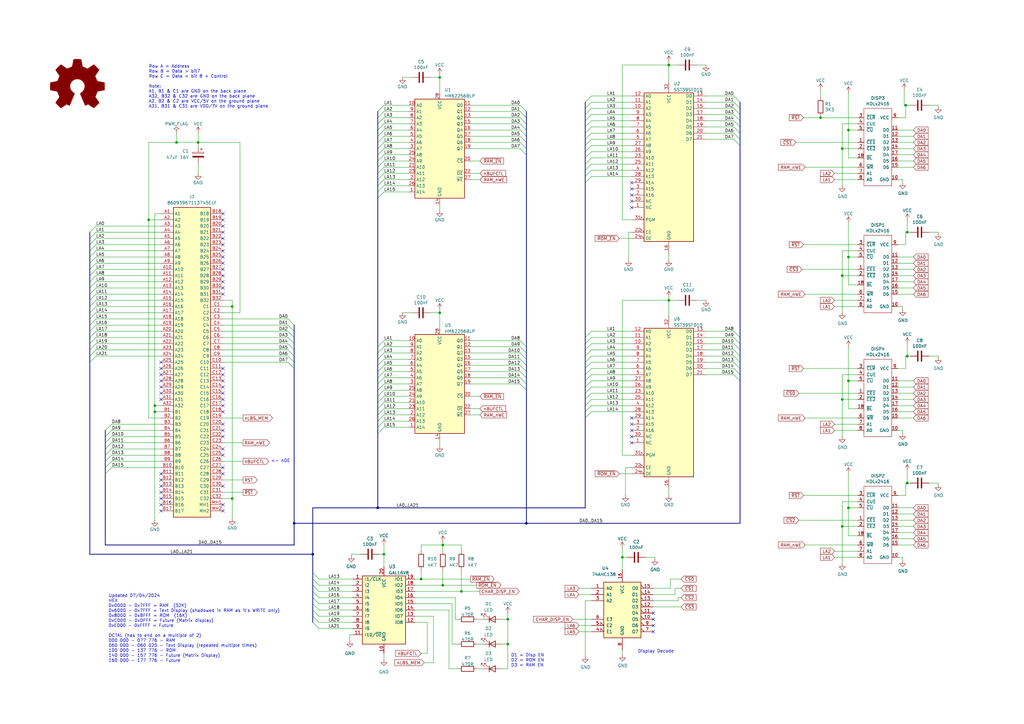
<source format=kicad_sch>
(kicad_sch (version 20231120) (generator "eeschema") (generator_version "8.0")
  (paper "A3")
  (title_block (title "DCJ11 Hack Plus RAM, ROM & text display") (date "2024-01-07") (rev "V2.0") (company "Paula Maddox") (comment 1 "http://maddox.pro"))
  (junction (at 371.475 43.18))
  (junction (at 372.11 198.12))
  (junction (at 347.98 156.21))
  (junction (at 181.61 240.03))
  (junction (at 215.9 214.63))
  (junction (at 274.32 123.19))
  (junction (at 181.61 223.52))
  (junction (at 345.44 113.03))
  (junction (at 372.11 146.05))
  (junction (at 63.5 166.37))
  (junction (at 63.5 168.91))
  (junction (at 347.98 53.34))
  (junction (at 255.27 228.6))
  (junction (at 157.48 227.33))
  (junction (at 274.32 26.67))
  (junction (at 347.98 208.28))
  (junction (at 208.28 264.16))
  (junction (at 372.11 95.25))
  (junction (at 345.44 215.9))
  (junction (at 180.34 128.27))
  (junction (at 120.65 214.63))
  (junction (at 347.98 105.41))
  (junction (at 81.28 58.42))
  (junction (at 154.94 208.28))
  (junction (at 72.39 58.42))
  (junction (at 336.55 48.26))
  (junction (at 172.72 237.49))
  (junction (at 128.27 227.33))
  (junction (at 95.25 204.47))
  (junction (at 95.25 125.73))
  (junction (at 180.34 31.75))
  (junction (at 345.44 163.83))
  (junction (at 60.96 90.17))
  (junction (at 208.28 254))
  (junction (at 189.23 242.57))
  (junction (at 345.44 60.96))
  (no_connect (at 66.04 207.01))
  (no_connect (at 91.44 191.77))
  (no_connect (at 91.44 113.03))
  (no_connect (at 66.04 199.39))
  (no_connect (at 91.44 107.95))
  (no_connect (at 259.08 85.09))
  (no_connect (at 91.44 179.07))
  (no_connect (at 91.44 199.39))
  (no_connect (at 259.08 176.53))
  (no_connect (at 91.44 118.11))
  (no_connect (at 91.44 156.21))
  (no_connect (at 66.04 151.13))
  (no_connect (at 91.44 166.37))
  (no_connect (at 259.08 77.47))
  (no_connect (at 66.04 209.55))
  (no_connect (at 259.08 74.93))
  (no_connect (at 91.44 161.29))
  (no_connect (at 66.04 204.47))
  (no_connect (at 66.04 201.93))
  (no_connect (at 267.97 254))
  (no_connect (at 259.08 179.07))
  (no_connect (at 91.44 97.79))
  (no_connect (at 91.44 194.31))
  (no_connect (at 91.44 92.71))
  (no_connect (at 259.08 80.01))
  (no_connect (at 91.44 105.41))
  (no_connect (at 259.08 82.55))
  (no_connect (at 91.44 151.13))
  (no_connect (at 91.44 158.75))
  (no_connect (at 91.44 168.91))
  (no_connect (at 91.44 209.55))
  (no_connect (at 91.44 95.25))
  (no_connect (at 91.44 115.57))
  (no_connect (at 91.44 184.15))
  (no_connect (at 91.44 120.65))
  (no_connect (at 91.44 100.33))
  (no_connect (at 267.97 259.08))
  (no_connect (at 91.44 163.83))
  (no_connect (at 267.97 256.54))
  (no_connect (at 66.04 196.85))
  (no_connect (at 259.08 171.45))
  (no_connect (at 91.44 173.99))
  (no_connect (at 66.04 153.67))
  (no_connect (at 66.04 148.59))
  (no_connect (at 91.44 153.67))
  (no_connect (at 267.97 251.46))
  (no_connect (at 91.44 87.63))
  (no_connect (at 91.44 207.01))
  (no_connect (at 66.04 194.31))
  (no_connect (at 91.44 90.17))
  (no_connect (at 259.08 173.99))
  (no_connect (at 66.04 158.75))
  (no_connect (at 91.44 110.49))
  (no_connect (at 66.04 156.21))
  (no_connect (at 259.08 181.61))
  (no_connect (at 66.04 163.83))
  (no_connect (at 66.04 161.29))
  (no_connect (at 91.44 176.53))
  (no_connect (at 91.44 186.69))
  (no_connect (at 91.44 102.87))
  (bus_entry (at 240.03 138.43) (size 2.54 -2.54))
  (bus_entry (at 300.99 46.99) (size 2.54 2.54))
  (bus_entry (at 240.03 41.91) (size 2.54 -2.54))
  (bus_entry (at 36.83 97.79) (size 2.54 -2.54))
  (bus_entry (at 300.99 148.59) (size 2.54 2.54))
  (bus_entry (at 118.11 133.35) (size 2.54 2.54))
  (bus_entry (at 240.03 140.97) (size 2.54 -2.54))
  (bus_entry (at 154.94 73.66) (size 2.54 -2.54))
  (bus_entry (at 154.94 81.28) (size 2.54 -2.54))
  (bus_entry (at 36.83 118.11) (size 2.54 -2.54))
  (bus_entry (at 154.94 71.12) (size 2.54 -2.54))
  (bus_entry (at 300.99 143.51) (size 2.54 2.54))
  (bus_entry (at 240.03 54.61) (size 2.54 -2.54))
  (bus_entry (at 213.36 149.86) (size 2.54 2.54))
  (bus_entry (at 154.94 152.4) (size 2.54 -2.54))
  (bus_entry (at 300.99 153.67) (size 2.54 2.54))
  (bus_entry (at 154.94 66.04) (size 2.54 -2.54))
  (bus_entry (at 154.94 149.86) (size 2.54 -2.54))
  (bus_entry (at 118.11 130.81) (size 2.54 2.54))
  (bus_entry (at 36.83 140.97) (size 2.54 -2.54))
  (bus_entry (at 213.36 60.96) (size 2.54 2.54))
  (bus_entry (at 36.83 102.87) (size 2.54 -2.54))
  (bus_entry (at 36.83 123.19) (size 2.54 -2.54))
  (bus_entry (at 213.36 142.24) (size 2.54 2.54))
  (bus_entry (at 300.99 41.91) (size 2.54 2.54))
  (bus_entry (at 43.18 186.69) (size 2.54 -2.54))
  (bus_entry (at 300.99 138.43) (size 2.54 2.54))
  (bus_entry (at 154.94 175.26) (size 2.54 -2.54))
  (bus_entry (at 36.83 120.65) (size 2.54 -2.54))
  (bus_entry (at 240.03 171.45) (size 2.54 -2.54))
  (bus_entry (at 128.27 245.11) (size 2.54 2.54))
  (bus_entry (at 240.03 156.21) (size 2.54 -2.54))
  (bus_entry (at 128.27 234.95) (size 2.54 2.54))
  (bus_entry (at 213.36 58.42) (size 2.54 2.54))
  (bus_entry (at 213.36 152.4) (size 2.54 2.54))
  (bus_entry (at 300.99 57.15) (size 2.54 2.54))
  (bus_entry (at 36.83 128.27) (size 2.54 -2.54))
  (bus_entry (at 300.99 49.53) (size 2.54 2.54))
  (bus_entry (at 300.99 140.97) (size 2.54 2.54))
  (bus_entry (at 154.94 157.48) (size 2.54 -2.54))
  (bus_entry (at 154.94 68.58) (size 2.54 -2.54))
  (bus_entry (at 213.36 45.72) (size 2.54 2.54))
  (bus_entry (at 300.99 39.37) (size 2.54 2.54))
  (bus_entry (at 154.94 162.56) (size 2.54 -2.54))
  (bus_entry (at 36.83 105.41) (size 2.54 -2.54))
  (bus_entry (at 240.03 74.93) (size 2.54 -2.54))
  (bus_entry (at 154.94 55.88) (size 2.54 -2.54))
  (bus_entry (at 154.94 76.2) (size 2.54 -2.54))
  (bus_entry (at 118.11 135.89) (size 2.54 2.54))
  (bus_entry (at 154.94 165.1) (size 2.54 -2.54))
  (bus_entry (at 154.94 167.64) (size 2.54 -2.54))
  (bus_entry (at 43.18 181.61) (size 2.54 -2.54))
  (bus_entry (at 36.83 135.89) (size 2.54 -2.54))
  (bus_entry (at 240.03 57.15) (size 2.54 -2.54))
  (bus_entry (at 240.03 158.75) (size 2.54 -2.54))
  (bus_entry (at 240.03 161.29) (size 2.54 -2.54))
  (bus_entry (at 36.83 110.49) (size 2.54 -2.54))
  (bus_entry (at 240.03 46.99) (size 2.54 -2.54))
  (bus_entry (at 240.03 52.07) (size 2.54 -2.54))
  (bus_entry (at 240.03 166.37) (size 2.54 -2.54))
  (bus_entry (at 43.18 176.53) (size 2.54 -2.54))
  (bus_entry (at 300.99 146.05) (size 2.54 2.54))
  (bus_entry (at 300.99 135.89) (size 2.54 2.54))
  (bus_entry (at 240.03 67.31) (size 2.54 -2.54))
  (bus_entry (at 240.03 69.85) (size 2.54 -2.54))
  (bus_entry (at 213.36 48.26) (size 2.54 2.54))
  (bus_entry (at 36.83 143.51) (size 2.54 -2.54))
  (bus_entry (at 213.36 53.34) (size 2.54 2.54))
  (bus_entry (at 118.11 140.97) (size 2.54 2.54))
  (bus_entry (at 154.94 58.42) (size 2.54 -2.54))
  (bus_entry (at 154.94 53.34) (size 2.54 -2.54))
  (bus_entry (at 154.94 45.72) (size 2.54 -2.54))
  (bus_entry (at 213.36 147.32) (size 2.54 2.54))
  (bus_entry (at 36.83 130.81) (size 2.54 -2.54))
  (bus_entry (at 36.83 95.25) (size 2.54 -2.54))
  (bus_entry (at 213.36 55.88) (size 2.54 2.54))
  (bus_entry (at 43.18 184.15) (size 2.54 -2.54))
  (bus_entry (at 213.36 139.7) (size 2.54 2.54))
  (bus_entry (at 154.94 142.24) (size 2.54 -2.54))
  (bus_entry (at 154.94 154.94) (size 2.54 -2.54))
  (bus_entry (at 43.18 179.07) (size 2.54 -2.54))
  (bus_entry (at 118.11 138.43) (size 2.54 2.54))
  (bus_entry (at 240.03 62.23) (size 2.54 -2.54))
  (bus_entry (at 118.11 148.59) (size 2.54 2.54))
  (bus_entry (at 43.18 194.31) (size 2.54 -2.54))
  (bus_entry (at 240.03 168.91) (size 2.54 -2.54))
  (bus_entry (at 36.83 146.05) (size 2.54 -2.54))
  (bus_entry (at 118.11 143.51) (size 2.54 2.54))
  (bus_entry (at 154.94 78.74) (size 2.54 -2.54))
  (bus_entry (at 240.03 153.67) (size 2.54 -2.54))
  (bus_entry (at 128.27 237.49) (size 2.54 2.54))
  (bus_entry (at 300.99 44.45) (size 2.54 2.54))
  (bus_entry (at 240.03 151.13) (size 2.54 -2.54))
  (bus_entry (at 43.18 191.77) (size 2.54 -2.54))
  (bus_entry (at 240.03 72.39) (size 2.54 -2.54))
  (bus_entry (at 213.36 144.78) (size 2.54 2.54))
  (bus_entry (at 240.03 163.83) (size 2.54 -2.54))
  (bus_entry (at 36.83 115.57) (size 2.54 -2.54))
  (bus_entry (at 36.83 133.35) (size 2.54 -2.54))
  (bus_entry (at 154.94 160.02) (size 2.54 -2.54))
  (bus_entry (at 128.27 247.65) (size 2.54 2.54))
  (bus_entry (at 240.03 64.77) (size 2.54 -2.54))
  (bus_entry (at 300.99 52.07) (size 2.54 2.54))
  (bus_entry (at 36.83 113.03) (size 2.54 -2.54))
  (bus_entry (at 154.94 170.18) (size 2.54 -2.54))
  (bus_entry (at 118.11 146.05) (size 2.54 2.54))
  (bus_entry (at 128.27 240.03) (size 2.54 2.54))
  (bus_entry (at 36.83 138.43) (size 2.54 -2.54))
  (bus_entry (at 36.83 125.73) (size 2.54 -2.54))
  (bus_entry (at 154.94 144.78) (size 2.54 -2.54))
  (bus_entry (at 154.94 63.5) (size 2.54 -2.54))
  (bus_entry (at 213.36 154.94) (size 2.54 2.54))
  (bus_entry (at 36.83 100.33) (size 2.54 -2.54))
  (bus_entry (at 240.03 49.53) (size 2.54 -2.54))
  (bus_entry (at 128.27 252.73) (size 2.54 2.54))
  (bus_entry (at 128.27 255.27) (size 2.54 2.54))
  (bus_entry (at 154.94 147.32) (size 2.54 -2.54))
  (bus_entry (at 43.18 189.23) (size 2.54 -2.54))
  (bus_entry (at 300.99 54.61) (size 2.54 2.54))
  (bus_entry (at 240.03 148.59) (size 2.54 -2.54))
  (bus_entry (at 300.99 151.13) (size 2.54 2.54))
  (bus_entry (at 240.03 59.69) (size 2.54 -2.54))
  (bus_entry (at 36.83 107.95) (size 2.54 -2.54))
  (bus_entry (at 128.27 242.57) (size 2.54 2.54))
  (bus_entry (at 154.94 60.96) (size 2.54 -2.54))
  (bus_entry (at 213.36 157.48) (size 2.54 2.54))
  (bus_entry (at 213.36 43.18) (size 2.54 2.54))
  (bus_entry (at 213.36 50.8) (size 2.54 2.54))
  (bus_entry (at 154.94 172.72) (size 2.54 -2.54))
  (bus_entry (at 154.94 50.8) (size 2.54 -2.54))
  (bus_entry (at 36.83 148.59) (size 2.54 -2.54))
  (bus_entry (at 128.27 250.19) (size 2.54 2.54))
  (bus_entry (at 240.03 146.05) (size 2.54 -2.54))
  (bus_entry (at 240.03 44.45) (size 2.54 -2.54))
  (bus_entry (at 240.03 143.51) (size 2.54 -2.54))
  (bus_entry (at 154.94 48.26) (size 2.54 -2.54))
  (bus_entry (at 154.94 177.8) (size 2.54 -2.54))
  (wire (pts (xy 157.48 58.42) (xy 167.64 58.42)))
  (bus (pts (xy 303.53 153.67) (xy 303.53 156.21)))
  (wire (pts (xy 91.44 146.05) (xy 118.11 146.05)))
  (wire (pts (xy 242.57 158.75) (xy 259.08 158.75)))
  (wire (pts (xy 157.48 68.58) (xy 167.64 68.58)))
  (wire (pts (xy 39.37 146.05) (xy 66.04 146.05)))
  (wire (pts (xy 242.57 41.91) (xy 259.08 41.91)))
  (wire (pts (xy 330.2 171.45) (xy 351.79 171.45)))
  (wire (pts (xy 157.48 78.74) (xy 167.64 78.74)))
  (wire (pts (xy 274.32 123.19) (xy 274.32 129.54)))
  (wire (pts (xy 193.04 53.34) (xy 213.36 53.34)))
  (wire (pts (xy 175.26 255.27) (xy 175.26 267.97)))
  (wire (pts (xy 66.04 171.45) (xy 60.96 171.45)))
  (wire (pts (xy 157.48 60.96) (xy 167.64 60.96)))
  (wire (pts (xy 351.79 226.06) (xy 342.265 226.06)))
  (wire (pts (xy 39.37 100.33) (xy 66.04 100.33)))
  (bus (pts (xy 43.18 181.61) (xy 43.18 184.15)))
  (wire (pts (xy 193.04 66.04) (xy 196.85 66.04)))
  (wire (pts (xy 268.605 228.6) (xy 268.605 229.235)))
  (bus (pts (xy 240.03 49.53) (xy 240.03 52.07)))
  (wire (pts (xy 384.81 43.18) (xy 384.81 43.815)))
  (wire (pts (xy 342.265 125.73) (xy 351.79 125.73)))
  (bus (pts (xy 303.53 143.51) (xy 303.53 146.05)))
  (wire (pts (xy 289.56 123.19) (xy 285.75 123.19)))
  (wire (pts (xy 368.3 176.53) (xy 370.205 176.53)))
  (wire (pts (xy 155.575 227.33) (xy 157.48 227.33)))
  (wire (pts (xy 351.79 123.19) (xy 342.265 123.19)))
  (bus (pts (xy 215.9 144.78) (xy 215.9 147.32)))
  (wire (pts (xy 374.65 68.58) (xy 368.3 68.58)))
  (bus (pts (xy 215.9 142.24) (xy 215.9 144.78)))
  (wire (pts (xy 351.79 208.28) (xy 347.98 208.28)))
  (wire (pts (xy 368.3 210.82) (xy 374.65 210.82)))
  (wire (pts (xy 368.3 220.98) (xy 374.65 220.98)))
  (wire (pts (xy 157.48 48.26) (xy 167.64 48.26)))
  (wire (pts (xy 374.65 120.65) (xy 368.3 120.65)))
  (wire (pts (xy 368.3 168.91) (xy 374.65 168.91)))
  (wire (pts (xy 184.15 250.19) (xy 184.15 274.32)))
  (wire (pts (xy 371.475 48.26) (xy 371.475 43.18)))
  (bus (pts (xy 128.27 237.49) (xy 128.27 240.03)))
  (wire (pts (xy 289.56 46.99) (xy 300.99 46.99)))
  (wire (pts (xy 157.48 66.04) (xy 167.64 66.04)))
  (wire (pts (xy 374.65 105.41) (xy 368.3 105.41)))
  (wire (pts (xy 381 43.18) (xy 384.81 43.18)))
  (wire (pts (xy 257.81 95.25) (xy 259.08 95.25)))
  (wire (pts (xy 347.98 116.84) (xy 347.98 105.41)))
  (wire (pts (xy 259.08 186.69) (xy 255.27 186.69)))
  (wire (pts (xy 157.48 175.26) (xy 167.64 175.26)))
  (wire (pts (xy 186.69 245.11) (xy 186.69 254)))
  (bus (pts (xy 36.83 146.05) (xy 36.83 148.59)))
  (wire (pts (xy 45.72 191.77) (xy 66.04 191.77)))
  (wire (pts (xy 242.57 49.53) (xy 259.08 49.53)))
  (bus (pts (xy 154.94 53.34) (xy 154.94 55.88)))
  (wire (pts (xy 157.48 71.12) (xy 167.64 71.12)))
  (wire (pts (xy 98.425 58.42) (xy 98.425 128.27)))
  (bus (pts (xy 36.83 100.33) (xy 36.83 102.87)))
  (wire (pts (xy 157.48 165.1) (xy 167.64 165.1)))
  (wire (pts (xy 255.27 90.17) (xy 255.27 26.67)))
  (bus (pts (xy 120.65 223.52) (xy 120.65 214.63)))
  (wire (pts (xy 374.65 171.45) (xy 368.3 171.45)))
  (wire (pts (xy 45.72 173.99) (xy 66.04 173.99)))
  (bus (pts (xy 43.18 179.07) (xy 43.18 181.61)))
  (wire (pts (xy 242.57 138.43) (xy 259.08 138.43)))
  (wire (pts (xy 242.57 146.05) (xy 259.08 146.05)))
  (wire (pts (xy 279.4 241.3) (xy 276.86 241.3)))
  (wire (pts (xy 257.81 106.68) (xy 257.81 95.25)))
  (wire (pts (xy 193.04 58.42) (xy 213.36 58.42)))
  (wire (pts (xy 170.18 247.65) (xy 185.42 247.65)))
  (wire (pts (xy 370.205 176.53) (xy 370.205 177.8)))
  (bus (pts (xy 36.83 118.11) (xy 36.83 120.65)))
  (wire (pts (xy 242.57 59.69) (xy 259.08 59.69)))
  (wire (pts (xy 345.44 215.9) (xy 351.79 215.9)))
  (wire (pts (xy 345.44 205.74) (xy 345.44 215.9)))
  (bus (pts (xy 154.94 50.8) (xy 154.94 53.34)))
  (bus (pts (xy 154.94 81.28) (xy 154.94 142.24)))
  (wire (pts (xy 278.13 246.38) (xy 278.13 245.11)))
  (wire (pts (xy 170.18 242.57) (xy 189.23 242.57)))
  (wire (pts (xy 328.93 110.49) (xy 351.79 110.49)))
  (wire (pts (xy 208.28 251.46) (xy 208.28 254)))
  (wire (pts (xy 289.56 151.13) (xy 300.99 151.13)))
  (bus (pts (xy 36.83 123.19) (xy 36.83 125.73)))
  (wire (pts (xy 157.48 154.94) (xy 167.64 154.94)))
  (bus (pts (xy 36.83 140.97) (xy 36.83 143.51)))
  (bus (pts (xy 36.83 120.65) (xy 36.83 123.19)))
  (wire (pts (xy 91.44 135.89) (xy 118.11 135.89)))
  (wire (pts (xy 177.8 252.73) (xy 177.8 271.78)))
  (bus (pts (xy 303.53 156.21) (xy 303.53 214.63)))
  (wire (pts (xy 81.28 58.42) (xy 72.39 58.42)))
  (bus (pts (xy 128.27 250.19) (xy 128.27 252.73)))
  (wire (pts (xy 259.08 191.77) (xy 256.54 191.77)))
  (wire (pts (xy 242.57 246.38) (xy 240.03 246.38)))
  (wire (pts (xy 157.48 139.7) (xy 167.64 139.7)))
  (wire (pts (xy 327.66 161.29) (xy 351.79 161.29)))
  (bus (pts (xy 154.94 162.56) (xy 154.94 165.1)))
  (wire (pts (xy 45.72 184.15) (xy 66.04 184.15)))
  (wire (pts (xy 157.48 157.48) (xy 167.64 157.48)))
  (wire (pts (xy 98.425 128.27) (xy 91.44 128.27)))
  (wire (pts (xy 130.81 255.27) (xy 144.78 255.27)))
  (bus (pts (xy 240.03 59.69) (xy 240.03 62.23)))
  (bus (pts (xy 43.18 191.77) (xy 43.18 194.31)))
  (bus (pts (xy 215.9 50.8) (xy 215.9 53.34)))
  (wire (pts (xy 351.79 156.21) (xy 347.98 156.21)))
  (bus (pts (xy 240.03 146.05) (xy 240.03 148.59)))
  (wire (pts (xy 181.61 233.68) (xy 181.61 240.03)))
  (wire (pts (xy 242.57 57.15) (xy 259.08 57.15)))
  (wire (pts (xy 345.44 60.96) (xy 351.79 60.96)))
  (wire (pts (xy 193.04 162.56) (xy 196.85 162.56)))
  (wire (pts (xy 234.95 254) (xy 242.57 254)))
  (bus (pts (xy 43.18 186.69) (xy 43.18 189.23)))
  (bus (pts (xy 36.83 125.73) (xy 36.83 128.27)))
  (wire (pts (xy 165.1 128.27) (xy 168.91 128.27)))
  (bus (pts (xy 215.9 149.86) (xy 215.9 152.4)))
  (wire (pts (xy 274.32 121.92) (xy 274.32 123.19)))
  (wire (pts (xy 351.79 71.12) (xy 342.265 71.12)))
  (wire (pts (xy 91.44 196.85) (xy 99.695 196.85)))
  (wire (pts (xy 368.3 203.2) (xy 371.475 203.2)))
  (wire (pts (xy 264.795 228.6) (xy 268.605 228.6)))
  (wire (pts (xy 330.2 120.65) (xy 351.79 120.65)))
  (wire (pts (xy 345.44 163.83) (xy 345.44 179.07)))
  (wire (pts (xy 242.57 46.99) (xy 259.08 46.99)))
  (wire (pts (xy 66.04 87.63) (xy 63.5 87.63)))
  (wire (pts (xy 368.3 163.83) (xy 374.65 163.83)))
  (wire (pts (xy 189.23 226.06) (xy 189.23 223.52)))
  (bus (pts (xy 303.53 140.97) (xy 303.53 143.51)))
  (wire (pts (xy 39.37 107.95) (xy 66.04 107.95)))
  (wire (pts (xy 39.37 125.73) (xy 66.04 125.73)))
  (bus (pts (xy 36.83 97.79) (xy 36.83 100.33)))
  (wire (pts (xy 91.44 143.51) (xy 118.11 143.51)))
  (bus (pts (xy 240.03 41.91) (xy 240.03 44.45)))
  (wire (pts (xy 72.39 58.42) (xy 72.39 54.61)))
  (wire (pts (xy 143.51 262.89) (xy 143.51 260.35)))
  (wire (pts (xy 381 198.12) (xy 384.81 198.12)))
  (wire (pts (xy 180.34 127) (xy 180.34 128.27)))
  (wire (pts (xy 91.44 123.19) (xy 95.25 123.19)))
  (wire (pts (xy 157.48 55.88) (xy 167.64 55.88)))
  (wire (pts (xy 289.56 148.59) (xy 300.99 148.59)))
  (wire (pts (xy 130.81 250.19) (xy 144.78 250.19)))
  (wire (pts (xy 372.11 146.05) (xy 371.475 146.05)))
  (wire (pts (xy 342.265 228.6) (xy 351.79 228.6)))
  (wire (pts (xy 347.98 208.28) (xy 347.98 194.31)))
  (wire (pts (xy 242.57 153.67) (xy 259.08 153.67)))
  (wire (pts (xy 242.57 39.37) (xy 259.08 39.37)))
  (wire (pts (xy 157.48 76.2) (xy 167.64 76.2)))
  (bus (pts (xy 240.03 171.45) (xy 240.03 208.28)))
  (wire (pts (xy 329.565 203.2) (xy 351.79 203.2)))
  (wire (pts (xy 374.65 63.5) (xy 368.3 63.5)))
  (wire (pts (xy 368.3 228.6) (xy 370.205 228.6)))
  (wire (pts (xy 157.48 167.64) (xy 167.64 167.64)))
  (wire (pts (xy 39.37 105.41) (xy 66.04 105.41)))
  (wire (pts (xy 205.74 264.16) (xy 208.28 264.16)))
  (wire (pts (xy 368.3 125.73) (xy 370.205 125.73)))
  (wire (pts (xy 274.955 237.49) (xy 279.4 237.49)))
  (wire (pts (xy 39.37 120.65) (xy 66.04 120.65)))
  (bus (pts (xy 303.53 151.13) (xy 303.53 153.67)))
  (bus (pts (xy 240.03 161.29) (xy 240.03 163.83)))
  (wire (pts (xy 336.55 47.625) (xy 336.55 48.26)))
  (wire (pts (xy 289.56 52.07) (xy 300.99 52.07)))
  (wire (pts (xy 39.37 138.43) (xy 66.04 138.43)))
  (wire (pts (xy 289.56 39.37) (xy 300.99 39.37)))
  (wire (pts (xy 45.72 176.53) (xy 66.04 176.53)))
  (bus (pts (xy 154.94 142.24) (xy 154.94 144.78)))
  (wire (pts (xy 63.5 168.91) (xy 63.5 213.36)))
  (bus (pts (xy 303.53 138.43) (xy 303.53 140.97)))
  (bus (pts (xy 240.03 46.99) (xy 240.03 49.53)))
  (bus (pts (xy 215.9 152.4) (xy 215.9 154.94)))
  (wire (pts (xy 242.57 161.29) (xy 259.08 161.29)))
  (wire (pts (xy 208.28 264.16) (xy 208.28 274.32)))
  (wire (pts (xy 60.96 58.42) (xy 72.39 58.42)))
  (wire (pts (xy 39.37 133.35) (xy 66.04 133.35)))
  (wire (pts (xy 193.04 152.4) (xy 213.36 152.4)))
  (bus (pts (xy 215.9 147.32) (xy 215.9 149.86)))
  (wire (pts (xy 255.27 233.68) (xy 255.27 228.6)))
  (bus (pts (xy 120.65 143.51) (xy 120.65 146.05)))
  (bus (pts (xy 303.53 57.15) (xy 303.53 59.69)))
  (wire (pts (xy 198.12 274.32) (xy 195.58 274.32)))
  (bus (pts (xy 303.53 41.91) (xy 303.53 44.45)))
  (wire (pts (xy 289.56 54.61) (xy 300.99 54.61)))
  (wire (pts (xy 157.48 45.72) (xy 167.64 45.72)))
  (wire (pts (xy 368.3 66.04) (xy 374.65 66.04)))
  (wire (pts (xy 242.57 156.21) (xy 259.08 156.21)))
  (wire (pts (xy 384.81 146.05) (xy 384.81 146.685)))
  (wire (pts (xy 172.72 223.52) (xy 181.61 223.52)))
  (wire (pts (xy 326.39 58.42) (xy 351.79 58.42)))
  (wire (pts (xy 198.12 254) (xy 195.58 254)))
  (wire (pts (xy 95.25 204.47) (xy 95.25 212.725)))
  (bus (pts (xy 240.03 143.51) (xy 240.03 146.05)))
  (wire (pts (xy 374.65 161.29) (xy 368.3 161.29)))
  (bus (pts (xy 154.94 154.94) (xy 154.94 157.48)))
  (wire (pts (xy 205.74 274.32) (xy 208.28 274.32)))
  (wire (pts (xy 193.04 144.78) (xy 213.36 144.78)))
  (wire (pts (xy 157.48 43.18) (xy 167.64 43.18)))
  (bus (pts (xy 240.03 69.85) (xy 240.03 72.39)))
  (wire (pts (xy 371.475 100.33) (xy 371.475 95.25)))
  (bus (pts (xy 154.94 71.12) (xy 154.94 73.66)))
  (wire (pts (xy 289.56 135.89) (xy 300.99 135.89)))
  (bus (pts (xy 240.03 138.43) (xy 240.03 140.97)))
  (bus (pts (xy 240.03 153.67) (xy 240.03 156.21)))
  (wire (pts (xy 39.37 118.11) (xy 66.04 118.11)))
  (bus (pts (xy 36.83 227.33) (xy 128.27 227.33)))
  (wire (pts (xy 345.44 163.83) (xy 351.79 163.83)))
  (wire (pts (xy 39.37 92.71) (xy 66.04 92.71)))
  (bus (pts (xy 240.03 151.13) (xy 240.03 153.67)))
  (wire (pts (xy 289.56 146.05) (xy 300.99 146.05)))
  (wire (pts (xy 242.57 243.84) (xy 237.49 243.84)))
  (wire (pts (xy 351.79 105.41) (xy 347.98 105.41)))
  (wire (pts (xy 259.08 90.17) (xy 255.27 90.17)))
  (wire (pts (xy 289.56 140.97) (xy 300.99 140.97)))
  (wire (pts (xy 371.475 203.2) (xy 371.475 198.12)))
  (wire (pts (xy 157.48 172.72) (xy 167.64 172.72)))
  (bus (pts (xy 120.65 133.35) (xy 120.65 135.89)))
  (wire (pts (xy 172.72 237.49) (xy 193.04 237.49)))
  (wire (pts (xy 372.11 198.12) (xy 371.475 198.12)))
  (bus (pts (xy 240.03 62.23) (xy 240.03 64.77)))
  (wire (pts (xy 255.27 186.69) (xy 255.27 123.19)))
  (bus (pts (xy 36.83 107.95) (xy 36.83 110.49)))
  (wire (pts (xy 368.3 100.33) (xy 371.475 100.33)))
  (wire (pts (xy 370.84 43.18) (xy 370.84 36.83)))
  (wire (pts (xy 39.37 123.19) (xy 66.04 123.19)))
  (wire (pts (xy 336.55 48.26) (xy 329.565 48.26)))
  (wire (pts (xy 327.66 213.36) (xy 351.79 213.36)))
  (wire (pts (xy 351.79 102.87) (xy 345.44 102.87)))
  (wire (pts (xy 157.48 149.86) (xy 167.64 149.86)))
  (bus (pts (xy 43.18 184.15) (xy 43.18 186.69)))
  (wire (pts (xy 237.49 241.3) (xy 242.57 241.3)))
  (wire (pts (xy 351.79 153.67) (xy 345.44 153.67)))
  (wire (pts (xy 351.79 48.26) (xy 336.55 48.26)))
  (bus (pts (xy 120.65 214.63) (xy 120.65 151.13)))
  (wire (pts (xy 370.205 125.73) (xy 370.205 127)))
  (wire (pts (xy 240.03 246.38) (xy 240.03 269.24)))
  (wire (pts (xy 193.04 157.48) (xy 213.36 157.48)))
  (bus (pts (xy 154.94 78.74) (xy 154.94 81.28)))
  (bus (pts (xy 240.03 52.07) (xy 240.03 54.61)))
  (wire (pts (xy 267.97 241.3) (xy 274.955 241.3)))
  (bus (pts (xy 215.9 157.48) (xy 215.9 160.02)))
  (wire (pts (xy 157.48 232.41) (xy 157.48 227.33)))
  (wire (pts (xy 370.205 228.6) (xy 370.205 229.87)))
  (wire (pts (xy 157.48 144.78) (xy 167.64 144.78)))
  (bus (pts (xy 154.94 63.5) (xy 154.94 66.04)))
  (wire (pts (xy 130.81 252.73) (xy 144.78 252.73)))
  (bus (pts (xy 240.03 156.21) (xy 240.03 158.75)))
  (wire (pts (xy 345.44 113.03) (xy 351.79 113.03)))
  (wire (pts (xy 39.37 102.87) (xy 66.04 102.87)))
  (bus (pts (xy 240.03 168.91) (xy 240.03 171.45)))
  (wire (pts (xy 242.57 72.39) (xy 259.08 72.39)))
  (wire (pts (xy 175.26 267.97) (xy 172.72 267.97)))
  (wire (pts (xy 289.56 49.53) (xy 300.99 49.53)))
  (wire (pts (xy 351.79 219.71) (xy 347.98 219.71)))
  (bus (pts (xy 303.53 46.99) (xy 303.53 49.53)))
  (wire (pts (xy 351.79 116.84) (xy 347.98 116.84)))
  (wire (pts (xy 256.54 191.77) (xy 256.54 203.2)))
  (wire (pts (xy 184.15 274.32) (xy 187.96 274.32)))
  (bus (pts (xy 240.03 74.93) (xy 240.03 138.43)))
  (wire (pts (xy 368.3 73.66) (xy 370.205 73.66)))
  (bus (pts (xy 215.9 55.88) (xy 215.9 58.42)))
  (wire (pts (xy 193.04 139.7) (xy 213.36 139.7)))
  (wire (pts (xy 193.04 45.72) (xy 213.36 45.72)))
  (wire (pts (xy 374.65 213.36) (xy 368.3 213.36)))
  (bus (pts (xy 303.53 44.45) (xy 303.53 46.99)))
  (bus (pts (xy 120.65 148.59) (xy 120.65 151.13)))
  (wire (pts (xy 351.79 64.77) (xy 347.98 64.77)))
  (bus (pts (xy 154.94 177.8) (xy 154.94 208.28)))
  (wire (pts (xy 66.04 90.17) (xy 60.96 90.17)))
  (wire (pts (xy 381 146.05) (xy 384.81 146.05)))
  (bus (pts (xy 215.9 48.26) (xy 215.9 50.8)))
  (wire (pts (xy 193.04 149.86) (xy 213.36 149.86)))
  (wire (pts (xy 329.565 100.33) (xy 351.79 100.33)))
  (wire (pts (xy 39.37 113.03) (xy 66.04 113.03)))
  (bus (pts (xy 240.03 148.59) (xy 240.03 151.13)))
  (wire (pts (xy 181.61 223.52) (xy 189.23 223.52)))
  (bus (pts (xy 240.03 166.37) (xy 240.03 168.91)))
  (bus (pts (xy 154.94 144.78) (xy 154.94 147.32)))
  (wire (pts (xy 130.81 240.03) (xy 144.78 240.03)))
  (wire (pts (xy 63.5 87.63) (xy 63.5 166.37)))
  (bus (pts (xy 128.27 227.33) (xy 128.27 208.28)))
  (wire (pts (xy 186.69 254) (xy 187.96 254)))
  (wire (pts (xy 39.37 140.97) (xy 66.04 140.97)))
  (bus (pts (xy 303.53 214.63) (xy 215.9 214.63)))
  (wire (pts (xy 274.955 241.3) (xy 274.955 237.49)))
  (wire (pts (xy 368.3 158.75) (xy 374.65 158.75)))
  (wire (pts (xy 81.28 58.42) (xy 81.28 54.61)))
  (wire (pts (xy 242.57 163.83) (xy 259.08 163.83)))
  (wire (pts (xy 370.205 73.66) (xy 370.205 74.93)))
  (wire (pts (xy 368.3 55.88) (xy 374.65 55.88)))
  (bus (pts (xy 128.27 208.28) (xy 154.94 208.28)))
  (wire (pts (xy 347.98 167.64) (xy 347.98 156.21)))
  (bus (pts (xy 36.83 115.57) (xy 36.83 118.11)))
  (wire (pts (xy 374.65 115.57) (xy 368.3 115.57)))
  (wire (pts (xy 242.57 44.45) (xy 259.08 44.45)))
  (wire (pts (xy 374.65 58.42) (xy 368.3 58.42)))
  (bus (pts (xy 154.94 58.42) (xy 154.94 60.96)))
  (wire (pts (xy 60.96 90.17) (xy 60.96 58.42)))
  (wire (pts (xy 351.79 50.8) (xy 345.44 50.8)))
  (wire (pts (xy 242.57 64.77) (xy 259.08 64.77)))
  (bus (pts (xy 36.83 110.49) (xy 36.83 113.03)))
  (wire (pts (xy 373.38 43.18) (xy 371.475 43.18)))
  (bus (pts (xy 36.83 105.41) (xy 36.83 107.95)))
  (wire (pts (xy 330.2 68.58) (xy 351.79 68.58)))
  (wire (pts (xy 45.72 186.69) (xy 66.04 186.69)))
  (wire (pts (xy 180.34 30.48) (xy 180.34 31.75)))
  (wire (pts (xy 91.44 133.35) (xy 118.11 133.35)))
  (wire (pts (xy 144.145 227.33) (xy 144.145 227.965)))
  (wire (pts (xy 172.72 226.06) (xy 172.72 223.52)))
  (wire (pts (xy 185.42 247.65) (xy 185.42 264.16)))
  (wire (pts (xy 372.11 95.25) (xy 372.11 90.17)))
  (wire (pts (xy 373.38 146.05) (xy 372.11 146.05)))
  (wire (pts (xy 157.48 160.02) (xy 167.64 160.02)))
  (wire (pts (xy 342.265 73.66) (xy 351.79 73.66)))
  (wire (pts (xy 157.48 227.33) (xy 157.48 223.52)))
  (wire (pts (xy 289.56 57.15) (xy 300.99 57.15)))
  (wire (pts (xy 372.11 198.12) (xy 372.11 193.04)))
  (bus (pts (xy 36.83 143.51) (xy 36.83 146.05)))
  (wire (pts (xy 374.65 166.37) (xy 368.3 166.37)))
  (wire (pts (xy 289.56 143.51) (xy 300.99 143.51)))
  (wire (pts (xy 95.25 125.73) (xy 95.25 204.47)))
  (wire (pts (xy 176.53 128.27) (xy 180.34 128.27)))
  (wire (pts (xy 66.04 166.37) (xy 63.5 166.37)))
  (bus (pts (xy 43.18 189.23) (xy 43.18 191.77)))
  (bus (pts (xy 240.03 54.61) (xy 240.03 57.15)))
  (wire (pts (xy 63.5 166.37) (xy 63.5 168.91)))
  (wire (pts (xy 205.74 254) (xy 208.28 254)))
  (wire (pts (xy 242.57 52.07) (xy 259.08 52.07)))
  (bus (pts (xy 154.94 170.18) (xy 154.94 172.72)))
  (wire (pts (xy 242.57 166.37) (xy 259.08 166.37)))
  (wire (pts (xy 91.44 171.45) (xy 99.695 171.45)))
  (wire (pts (xy 351.79 53.34) (xy 347.98 53.34)))
  (wire (pts (xy 342.265 176.53) (xy 351.79 176.53)))
  (wire (pts (xy 157.48 267.97) (xy 157.48 270.51)))
  (wire (pts (xy 255.27 266.7) (xy 255.27 268.605)))
  (wire (pts (xy 170.18 252.73) (xy 177.8 252.73)))
  (bus (pts (xy 36.83 133.35) (xy 36.83 135.89)))
  (wire (pts (xy 345.44 153.67) (xy 345.44 163.83)))
  (wire (pts (xy 45.72 181.61) (xy 66.04 181.61)))
  (wire (pts (xy 336.55 36.83) (xy 336.55 40.005)))
  (wire (pts (xy 381 95.25) (xy 384.81 95.25)))
  (wire (pts (xy 289.56 138.43) (xy 300.99 138.43)))
  (wire (pts (xy 193.04 73.66) (xy 196.85 73.66)))
  (wire (pts (xy 91.44 138.43) (xy 118.11 138.43)))
  (wire (pts (xy 143.51 260.35) (xy 144.78 260.35)))
  (wire (pts (xy 170.18 250.19) (xy 184.15 250.19)))
  (bus (pts (xy 240.03 163.83) (xy 240.03 166.37)))
  (wire (pts (xy 170.18 245.11) (xy 186.69 245.11)))
  (wire (pts (xy 242.57 168.91) (xy 259.08 168.91)))
  (wire (pts (xy 278.13 245.11) (xy 279.4 245.11)))
  (wire (pts (xy 185.42 264.16) (xy 187.96 264.16)))
  (wire (pts (xy 157.48 63.5) (xy 167.64 63.5)))
  (wire (pts (xy 60.96 171.45) (xy 60.96 90.17)))
  (wire (pts (xy 347.98 105.41) (xy 347.98 91.44)))
  (bus (pts (xy 240.03 158.75) (xy 240.03 161.29)))
  (bus (pts (xy 154.94 157.48) (xy 154.94 160.02)))
  (wire (pts (xy 130.81 257.81) (xy 144.78 257.81)))
  (wire (pts (xy 180.34 83.82) (xy 180.34 86.36)))
  (wire (pts (xy 39.37 128.27) (xy 66.04 128.27)))
  (wire (pts (xy 267.97 246.38) (xy 278.13 246.38)))
  (wire (pts (xy 373.38 95.25) (xy 372.11 95.25)))
  (bus (pts (xy 215.9 214.63) (xy 120.65 214.63)))
  (bus (pts (xy 120.65 138.43) (xy 120.65 140.97)))
  (wire (pts (xy 276.86 241.3) (xy 276.86 243.84)))
  (wire (pts (xy 289.56 26.67) (xy 285.75 26.67)))
  (wire (pts (xy 193.04 60.96) (xy 213.36 60.96)))
  (wire (pts (xy 274.32 25.4) (xy 274.32 26.67)))
  (wire (pts (xy 368.3 107.95) (xy 374.65 107.95)))
  (wire (pts (xy 242.57 151.13) (xy 259.08 151.13)))
  (wire (pts (xy 130.81 242.57) (xy 144.78 242.57)))
  (wire (pts (xy 373.38 198.12) (xy 372.11 198.12)))
  (wire (pts (xy 374.65 218.44) (xy 368.3 218.44)))
  (wire (pts (xy 81.28 67.31) (xy 81.28 71.12)))
  (wire (pts (xy 157.48 73.66) (xy 167.64 73.66)))
  (wire (pts (xy 329.565 151.13) (xy 351.79 151.13)))
  (wire (pts (xy 157.48 53.34) (xy 167.64 53.34)))
  (bus (pts (xy 240.03 72.39) (xy 240.03 74.93)))
  (wire (pts (xy 172.72 233.68) (xy 172.72 237.49)))
  (bus (pts (xy 120.65 146.05) (xy 120.65 148.59)))
  (wire (pts (xy 208.28 254) (xy 208.28 264.16)))
  (bus (pts (xy 215.9 53.34) (xy 215.9 55.88)))
  (wire (pts (xy 289.56 41.91) (xy 300.99 41.91)))
  (wire (pts (xy 242.57 256.54) (xy 237.49 256.54)))
  (wire (pts (xy 257.175 228.6) (xy 255.27 228.6)))
  (bus (pts (xy 154.94 68.58) (xy 154.94 71.12)))
  (bus (pts (xy 43.18 194.31) (xy 43.18 223.52)))
  (bus (pts (xy 43.18 176.53) (xy 43.18 179.07)))
  (wire (pts (xy 347.98 156.21) (xy 347.98 142.24)))
  (wire (pts (xy 165.1 31.75) (xy 168.91 31.75)))
  (wire (pts (xy 147.955 227.33) (xy 144.145 227.33)))
  (bus (pts (xy 36.83 128.27) (xy 36.83 130.81)))
  (wire (pts (xy 39.37 130.81) (xy 66.04 130.81)))
  (bus (pts (xy 303.53 54.61) (xy 303.53 57.15)))
  (wire (pts (xy 274.32 104.14) (xy 274.32 106.68)))
  (wire (pts (xy 242.57 54.61) (xy 259.08 54.61)))
  (bus (pts (xy 36.83 113.03) (xy 36.83 115.57)))
  (bus (pts (xy 240.03 140.97) (xy 240.03 143.51)))
  (wire (pts (xy 345.44 113.03) (xy 345.44 128.27)))
  (wire (pts (xy 157.48 162.56) (xy 167.64 162.56)))
  (wire (pts (xy 170.18 255.27) (xy 175.26 255.27)))
  (wire (pts (xy 279.4 248.92) (xy 267.97 248.92)))
  (bus (pts (xy 128.27 245.11) (xy 128.27 247.65)))
  (wire (pts (xy 181.61 223.52) (xy 181.61 226.06)))
  (wire (pts (xy 374.65 53.34) (xy 368.3 53.34)))
  (wire (pts (xy 157.48 170.18) (xy 167.64 170.18)))
  (bus (pts (xy 154.94 147.32) (xy 154.94 149.86)))
  (wire (pts (xy 384.81 198.12) (xy 384.81 198.755)))
  (wire (pts (xy 345.44 102.87) (xy 345.44 113.03)))
  (wire (pts (xy 81.28 58.42) (xy 81.28 59.69)))
  (wire (pts (xy 254 194.31) (xy 259.08 194.31)))
  (wire (pts (xy 193.04 154.94) (xy 213.36 154.94)))
  (wire (pts (xy 345.44 60.96) (xy 345.44 76.2)))
  (wire (pts (xy 254 97.79) (xy 259.08 97.79)))
  (bus (pts (xy 154.94 208.28) (xy 240.03 208.28)))
  (wire (pts (xy 374.65 208.28) (xy 368.3 208.28)))
  (bus (pts (xy 215.9 45.72) (xy 215.9 48.26)))
  (wire (pts (xy 347.98 64.77) (xy 347.98 53.34)))
  (wire (pts (xy 157.48 50.8) (xy 167.64 50.8)))
  (wire (pts (xy 351.79 205.74) (xy 345.44 205.74)))
  (wire (pts (xy 242.57 62.23) (xy 259.08 62.23)))
  (wire (pts (xy 278.13 123.19) (xy 274.32 123.19)))
  (bus (pts (xy 36.83 135.89) (xy 36.83 138.43)))
  (bus (pts (xy 154.94 165.1) (xy 154.94 167.64)))
  (wire (pts (xy 39.37 135.89) (xy 66.04 135.89)))
  (wire (pts (xy 39.37 110.49) (xy 66.04 110.49)))
  (bus (pts (xy 215.9 154.94) (xy 215.9 157.48)))
  (wire (pts (xy 242.57 135.89) (xy 259.08 135.89)))
  (wire (pts (xy 351.79 173.99) (xy 342.265 173.99)))
  (bus (pts (xy 36.83 95.25) (xy 36.83 97.79)))
  (wire (pts (xy 372.11 95.25) (xy 371.475 95.25)))
  (wire (pts (xy 242.57 143.51) (xy 259.08 143.51)))
  (wire (pts (xy 39.37 95.25) (xy 66.04 95.25)))
  (wire (pts (xy 278.13 26.67) (xy 274.32 26.67)))
  (wire (pts (xy 170.18 240.03) (xy 181.61 240.03)))
  (wire (pts (xy 91.44 130.81) (xy 118.11 130.81)))
  (wire (pts (xy 130.81 247.65) (xy 144.78 247.65)))
  (bus (pts (xy 303.53 148.59) (xy 303.53 151.13)))
  (bus (pts (xy 303.53 59.69) (xy 303.53 138.43)))
  (wire (pts (xy 274.32 200.66) (xy 274.32 203.2)))
  (wire (pts (xy 130.81 237.49) (xy 144.78 237.49)))
  (bus (pts (xy 36.83 148.59) (xy 36.83 227.33)))
  (bus (pts (xy 36.83 138.43) (xy 36.83 140.97)))
  (wire (pts (xy 193.04 170.18) (xy 196.85 170.18)))
  (wire (pts (xy 180.34 31.75) (xy 180.34 38.1)))
  (wire (pts (xy 91.44 148.59) (xy 118.11 148.59)))
  (wire (pts (xy 45.72 179.07) (xy 66.04 179.07)))
  (bus (pts (xy 240.03 67.31) (xy 240.03 69.85)))
  (wire (pts (xy 157.48 142.24) (xy 167.64 142.24)))
  (wire (pts (xy 39.37 143.51) (xy 66.04 143.51)))
  (wire (pts (xy 193.04 43.18) (xy 213.36 43.18)))
  (wire (pts (xy 180.34 180.34) (xy 180.34 182.88)))
  (wire (pts (xy 193.04 48.26) (xy 213.36 48.26)))
  (wire (pts (xy 157.48 152.4) (xy 167.64 152.4)))
  (bus (pts (xy 303.53 52.07) (xy 303.53 54.61)))
  (wire (pts (xy 198.12 264.16) (xy 195.58 264.16)))
  (bus (pts (xy 154.94 66.04) (xy 154.94 68.58)))
  (bus (pts (xy 215.9 58.42) (xy 215.9 60.96)))
  (bus (pts (xy 154.94 175.26) (xy 154.94 177.8)))
  (wire (pts (xy 371.475 151.13) (xy 371.475 146.05)))
  (wire (pts (xy 193.04 55.88) (xy 213.36 55.88)))
  (bus (pts (xy 128.27 234.95) (xy 128.27 237.49)))
  (wire (pts (xy 368.3 60.96) (xy 374.65 60.96)))
  (wire (pts (xy 351.79 167.64) (xy 347.98 167.64)))
  (bus (pts (xy 128.27 247.65) (xy 128.27 250.19)))
  (bus (pts (xy 36.83 130.81) (xy 36.83 133.35)))
  (wire (pts (xy 255.27 228.6) (xy 255.27 224.79)))
  (wire (pts (xy 157.48 147.32) (xy 167.64 147.32)))
  (wire (pts (xy 370.84 43.18) (xy 371.475 43.18)))
  (wire (pts (xy 189.23 242.57) (xy 196.85 242.57)))
  (bus (pts (xy 43.18 223.52) (xy 120.65 223.52)))
  (wire (pts (xy 193.04 142.24) (xy 213.36 142.24)))
  (wire (pts (xy 130.81 245.11) (xy 144.78 245.11)))
  (bus (pts (xy 128.27 252.73) (xy 128.27 255.27)))
  (wire (pts (xy 237.49 259.08) (xy 242.57 259.08)))
  (wire (pts (xy 368.3 113.03) (xy 374.65 113.03)))
  (wire (pts (xy 289.56 153.67) (xy 300.99 153.67)))
  (bus (pts (xy 120.65 135.89) (xy 120.65 138.43)))
  (wire (pts (xy 193.04 147.32) (xy 213.36 147.32)))
  (wire (pts (xy 39.37 115.57) (xy 66.04 115.57)))
  (wire (pts (xy 181.61 240.03) (xy 195.58 240.03)))
  (wire (pts (xy 368.3 215.9) (xy 374.65 215.9)))
  (wire (pts (xy 276.86 243.84) (xy 267.97 243.84)))
  (wire (pts (xy 177.8 271.78) (xy 173.99 271.78)))
  (wire (pts (xy 374.65 110.49) (xy 368.3 110.49)))
  (bus (pts (xy 154.94 55.88) (xy 154.94 58.42)))
  (bus (pts (xy 154.94 149.86) (xy 154.94 152.4)))
  (bus (pts (xy 154.94 160.02) (xy 154.94 162.56)))
  (bus (pts (xy 36.83 102.87) (xy 36.83 105.41)))
  (wire (pts (xy 81.28 58.42) (xy 98.425 58.42)))
  (wire (pts (xy 39.37 97.79) (xy 66.04 97.79)))
  (wire (pts (xy 91.44 189.23) (xy 99.695 189.23)))
  (bus (pts (xy 128.27 227.33) (xy 128.27 234.95)))
  (wire (pts (xy 374.65 223.52) (xy 368.3 223.52)))
  (bus (pts (xy 240.03 44.45) (xy 240.03 46.99)))
  (wire (pts (xy 170.18 237.49) (xy 172.72 237.49)))
  (wire (pts (xy 347.98 53.34) (xy 347.98 38.1)))
  (wire (pts (xy 368.3 151.13) (xy 371.475 151.13)))
  (wire (pts (xy 45.72 189.23) (xy 66.04 189.23)))
  (bus (pts (xy 215.9 63.5) (xy 215.9 142.24)))
  (bus (pts (xy 120.65 140.97) (xy 120.65 143.51)))
  (bus (pts (xy 154.94 60.96) (xy 154.94 63.5)))
  (bus (pts (xy 128.27 240.03) (xy 128.27 242.57)))
  (wire (pts (xy 91.44 140.97) (xy 118.11 140.97)))
  (wire (pts (xy 255.27 26.67) (xy 274.32 26.67)))
  (wire (pts (xy 63.5 168.91) (xy 66.04 168.91)))
  (wire (pts (xy 345.44 50.8) (xy 345.44 60.96)))
  (wire (pts (xy 372.11 146.05) (xy 372.11 140.97)))
  (wire (pts (xy 91.44 125.73) (xy 95.25 125.73)))
  (bus (pts (xy 128.27 242.57) (xy 128.27 245.11)))
  (wire (pts (xy 274.32 26.67) (xy 274.32 33.02)))
  (bus (pts (xy 154.94 76.2) (xy 154.94 78.74)))
  (wire (pts (xy 181.61 222.25) (xy 181.61 223.52)))
  (bus (pts (xy 154.94 48.26) (xy 154.94 50.8)))
  (wire (pts (xy 91.44 201.93) (xy 99.695 201.93)))
  (wire (pts (xy 384.81 95.25) (xy 384.81 95.885)))
  (wire (pts (xy 368.3 48.26) (xy 371.475 48.26)))
  (wire (pts (xy 91.44 204.47) (xy 95.25 204.47)))
  (wire (pts (xy 193.04 167.64) (xy 196.85 167.64)))
  (wire (pts (xy 176.53 31.75) (xy 180.34 31.75)))
  (bus (pts (xy 215.9 160.02) (xy 215.9 214.63)))
  (bus (pts (xy 215.9 60.96) (xy 215.9 63.5)))
  (wire (pts (xy 289.56 44.45) (xy 300.99 44.45)))
  (bus (pts (xy 154.94 73.66) (xy 154.94 76.2)))
  (bus (pts (xy 240.03 57.15) (xy 240.03 59.69)))
  (wire (pts (xy 91.44 181.61) (xy 99.695 181.61)))
  (wire (pts (xy 193.04 71.12) (xy 196.85 71.12)))
  (wire (pts (xy 242.57 148.59) (xy 259.08 148.59)))
  (wire (pts (xy 255.27 123.19) (xy 274.32 123.19)))
  (bus (pts (xy 154.94 167.64) (xy 154.94 170.18)))
  (bus (pts (xy 240.03 64.77) (xy 240.03 67.31)))
  (wire (pts (xy 345.44 215.9) (xy 345.44 231.14)))
  (bus (pts (xy 154.94 45.72) (xy 154.94 48.26)))
  (wire (pts (xy 180.34 128.27) (xy 180.34 134.62)))
  (wire (pts (xy 242.57 140.97) (xy 259.08 140.97)))
  (bus (pts (xy 154.94 172.72) (xy 154.94 175.26)))
  (wire (pts (xy 189.23 233.68) (xy 189.23 242.57)))
  (wire (pts (xy 347.98 219.71) (xy 347.98 208.28)))
  (wire (pts (xy 330.2 223.52) (xy 351.79 223.52)))
  (wire (pts (xy 95.25 123.19) (xy 95.25 125.73)))
  (bus (pts (xy 303.53 49.53) (xy 303.53 52.07)))
  (wire (pts (xy 368.3 118.11) (xy 374.65 118.11)))
  (wire (pts (xy 242.57 67.31) (xy 259.08 67.31)))
  (wire (pts (xy 374.65 156.21) (xy 368.3 156.21)))
  (wire (pts (xy 242.57 69.85) (xy 259.08 69.85)))
  (wire (pts (xy 193.04 50.8) (xy 213.36 50.8)))
  (bus (pts (xy 154.94 152.4) (xy 154.94 154.94)))
  (bus (pts (xy 303.53 146.05) (xy 303.53 148.59)))
  (text "Updated 07/04/2024\nHEX\n0x0000 - 0x7FFF = RAM  (32K)\n0x6000 - 0x7FFF = Text Display (shadowed in RAM as it's WRITE only)\n0x8000 - 0xBFFF = ROM  (16K)\n0xC000 - 0xDFFF = Future (Matrix display)\n0xE000 - 0xFFFF = Future\n\nOCTAL (has to end on a multiple of 2)\n000 000 - 077 776 - RAM\n060 000 - 060 020 - Text Display (repeated multiple times)\n100 000 - 137 776 - ROM\n140 000 - 157 776 - Future (Matrix Display)\n160 000 - 177 776 - Future" (at 44.45 271.78 0) (effects (font (size 1.27 1.27)) (justify left bottom)))
  (text "Display Decode" (at 261.62 267.97 0) (effects (font (size 1.27 1.27)) (justify left bottom)))
  (text "Row A = Address\nRow B = Data > bit7\nRow C = Data < bit 8 + Control\n\nNote:\nA1, B1 & C1 are GND on the back plane\nA32, B32 & C32 are GND on the back plane\nA2, B2 & C2 are VCC/5V on the ground plane\nA31, B31 & C31 are VDD/?V on the ground plane" (at 60.96 44.45 0) (effects (font (size 1.27 1.27)) (justify left bottom)))
  (text "D1 = Disp EN\nD2 = ROM EN\nD3 = RAM EN" (at 209.55 273.685 0) (effects (font (size 1.27 1.27)) (justify left bottom)))
  (text "<- nOE" (at 111.125 189.865 0) (effects (font (size 1.27 1.27)) (justify left bottom)))
  (label "LA9" (at 157.48 63.5 0))
  (label "DA7" (at 118.11 148.59 180))
  (label "DA8" (at 300.99 135.89 180))
  (label "LA14" (at 157.48 76.2 0))
  (label "LA15" (at 157.48 175.26 0))
  (label "DA3" (at 213.36 50.8 180))
  (label "LA7" (at 248.92 54.61 0))
  (label "DA0..DA15" (at 81.28 223.52 0))
  (label "LA19" (at 134.62 252.73 0))
  (label "DA15" (at 213.36 157.48 180))
  (label "LA15" (at 157.48 78.74 0))
  (label "DA2" (at 213.36 48.26 180))
  (label "DA4" (at 118.11 140.97 180))
  (label "DA8" (at 213.36 139.7 180))
  (label "LA12" (at 157.48 167.64 0))
  (label "LA13" (at 157.48 170.18 0))
  (label "LA12" (at 248.92 163.83 0))
  (label "LA13" (at 134.62 237.49 0))
  (label "LA1" (at 157.48 139.7 0))
  (label "DA7" (at 213.36 60.96 180))
  (label "DA4" (at 300.99 49.53 180))
  (label "LA16" (at 134.62 245.11 0))
  (label "LA4" (at 157.48 147.32 0))
  (label "DA9" (at 49.53 176.53 180))
  (label "LA15" (at 134.62 242.57 0))
  (label "DA2" (at 300.99 44.45 180))
  (label "LA19" (at 39.37 140.97 0))
  (label "DA5" (at 213.36 55.88 180))
  (label "LA0..LA21" (at 162.56 208.28 0))
  (label "LA14" (at 134.62 240.03 0))
  (label "LA7" (at 39.37 110.49 0))
  (label "LA10" (at 248.92 62.23 0))
  (label "DA3" (at 300.99 46.99 180))
  (label "LA0..LA21" (at 69.85 227.33 0))
  (label "LA2" (at 157.48 142.24 0))
  (label "LA1" (at 248.92 39.37 0))
  (label "LA12" (at 248.92 67.31 0))
  (label "DA1" (at 118.11 133.35 180))
  (label "DA1" (at 213.36 45.72 180))
  (label "LA4" (at 157.48 50.8 0))
  (label "LA10" (at 39.37 118.11 0))
  (label "LA11" (at 157.48 68.58 0))
  (label "LA14" (at 248.92 72.39 0))
  (label "LA10" (at 157.48 66.04 0))
  (label "DA11" (at 50.8 181.61 180))
  (label "DA14" (at 300.99 151.13 180))
  (label "DA0..DA15" (at 237.49 214.63 0))
  (label "LA14" (at 157.48 172.72 0))
  (label "LA5" (at 248.92 146.05 0))
  (label "LA9" (at 157.48 160.02 0))
  (label "DA6" (at 118.11 146.05 180))
  (label "LA12" (at 157.48 71.12 0))
  (label "LA5" (at 157.48 53.34 0))
  (label "LA5" (at 39.37 105.41 0))
  (label "LA12" (at 39.37 123.19 0))
  (label "LA2" (at 39.37 97.79 0))
  (label "LA11" (at 248.92 64.77 0))
  (label "LA14" (at 39.37 128.27 0))
  (label "DA12" (at 213.36 149.86 180))
  (label "DA14" (at 50.8 189.23 180))
  (label "DA5" (at 300.99 52.07 180))
  (label "LA9" (at 248.92 59.69 0))
  (label "DA9" (at 213.36 142.24 180))
  (label "LA1" (at 157.48 43.18 0))
  (label "LA7" (at 157.48 58.42 0))
  (label "LA4" (at 248.92 46.99 0))
  (label "LA9" (at 39.37 115.57 0))
  (label "LA10" (at 157.48 162.56 0))
  (label "LA11" (at 39.37 120.65 0))
  (label "LA2" (at 157.48 45.72 0))
  (label "DA10" (at 213.36 144.78 180))
  (label "LA13" (at 157.48 73.66 0))
  (label "DA13" (at 300.99 148.59 180))
  (label "DA15" (at 300.99 153.67 180))
  (label "DA8" (at 49.53 173.99 180))
  (label "LA3" (at 248.92 44.45 0))
  (label "LA3" (at 248.92 140.97 0))
  (label "LA15" (at 39.37 130.81 0))
  (label "LA3" (at 157.48 48.26 0))
  (label "LA6" (at 157.48 152.4 0))
  (label "DA12" (at 300.99 146.05 180))
  (label "DA11" (at 213.36 147.32 180))
  (label "LA20" (at 39.37 143.51 0))
  (label "DA14" (at 213.36 154.94 180))
  (label "LA11" (at 248.92 161.29 0))
  (label "LA9" (at 248.92 156.21 0))
  (label "DA6" (at 213.36 58.42 180))
  (label "LA21" (at 134.62 257.81 0))
  (label "DA4" (at 213.36 53.34 180))
  (label "DA5" (at 118.11 143.51 180))
  (label "LA6" (at 157.48 55.88 0))
  (label "LA1" (at 248.92 135.89 0))
  (label "LA10" (at 248.92 158.75 0))
  (label "DA15" (at 50.8 191.77 180))
  (label "DA13" (at 50.8 186.69 180))
  (label "DA10" (at 300.99 140.97 180))
  (label "LA17" (at 134.62 247.65 0))
  (label "LA8" (at 248.92 153.67 0))
  (label "DA13" (at 213.36 152.4 180))
  (label "LA5" (at 248.92 49.53 0))
  (label "LA18" (at 39.37 138.43 0))
  (label "LA8" (at 248.92 57.15 0))
  (label "LA3" (at 157.48 144.78 0))
  (label "DA0" (at 118.11 130.81 180))
  (label "DA10" (at 50.8 179.07 180))
  (label "LA13" (at 248.92 69.85 0))
  (label "DA0" (at 300.99 39.37 180))
  (label "LA16" (at 39.37 133.35 0))
  (label "LA20" (at 134.62 255.27 0))
  (label "LA13" (at 39.37 125.73 0))
  (label "LA2" (at 248.92 138.43 0))
  (label "LA7" (at 157.48 154.94 0))
  (label "DA6" (at 300.99 54.61 180))
  (label "DA7" (at 300.99 57.15 180))
  (label "LA6" (at 248.92 52.07 0))
  (label "LA6" (at 39.37 107.95 0))
  (label "LA4" (at 248.92 143.51 0))
  (label "DA2" (at 118.11 135.89 180))
  (label "LA0" (at 39.37 92.71 0))
  (label "LA1" (at 39.37 95.25 0))
  (label "DA0" (at 213.36 43.18 180))
  (label "LA6" (at 248.92 148.59 0))
  (label "LA7" (at 248.92 151.13 0))
  (label "LA5" (at 157.48 149.86 0))
  (label "DA9" (at 300.99 138.43 180))
  (label "DA3" (at 118.11 138.43 180))
  (label "LA8" (at 39.37 113.03 0))
  (label "DA1" (at 300.99 41.91 180))
  (label "LA18" (at 134.62 250.19 0))
  (label "LA14" (at 248.92 168.91 0))
  (label "DA12" (at 50.8 184.15 180))
  (label "LA11" (at 157.48 165.1 0))
  (label "LA13" (at 248.92 166.37 0))
  (label "LA2" (at 248.92 41.91 0))
  (label "LA8" (at 157.48 157.48 0))
  (label "LA4" (at 39.37 102.87 0))
  (label "LA8" (at 157.48 60.96 0))
  (label "LA21" (at 39.37 146.05 0))
  (label "LA17" (at 39.37 135.89 0))
  (label "DA11" (at 300.99 143.51 180))
  (label "LA3" (at 39.37 100.33 0))
  (global_label "~{RAM_EN}" (shape input) (at 196.85 162.56 0) (property "Intersheetrefs" "${INTERSHEET_REFS}" (effects (hide yes))))
  (global_label "DA5" (shape input) (at 374.65 168.91 0) (property "Intersheetrefs" "${INTERSHEET_REFS}" (effects (hide yes))))
  (global_label "DA2" (shape input) (at 374.65 161.29 0) (property "Intersheetrefs" "${INTERSHEET_REFS}" (effects (hide yes))))
  (global_label "DA5" (shape input) (at 374.65 66.04 0) (property "Intersheetrefs" "${INTERSHEET_REFS}" (effects (hide yes))))
  (global_label "nBUFCTL" (shape input) (at 196.85 167.64 0) (property "Intersheetrefs" "${INTERSHEET_REFS}" (effects (hide yes))))
  (global_label "~{CS1}" (shape input) (at 326.39 58.42 180) (property "Intersheetrefs" "${INTERSHEET_REFS}" (effects (hide yes))))
  (global_label "LA2" (shape input) (at 342.265 123.19 180) (property "Intersheetrefs" "${INTERSHEET_REFS}" (effects (hide yes))))
  (global_label "DA3" (shape input) (at 374.65 113.03 0) (property "Intersheetrefs" "${INTERSHEET_REFS}" (effects (hide yes))))
  (global_label "DA6" (shape input) (at 374.65 68.58 0) (property "Intersheetrefs" "${INTERSHEET_REFS}" (effects (hide yes))))
  (global_label "RAM_nWE" (shape input) (at 196.85 73.66 0) (property "Intersheetrefs" "${INTERSHEET_REFS}" (effects (hide yes))))
  (global_label "CHAR_DISP_EN" (shape input) (at 234.95 254 180) (property "Intersheetrefs" "${INTERSHEET_REFS}" (effects (hide yes))))
  (global_label "LA1" (shape input) (at 342.265 228.6 180) (property "Intersheetrefs" "${INTERSHEET_REFS}" (effects (hide yes))))
  (global_label "DA2" (shape input) (at 374.65 58.42 0) (property "Intersheetrefs" "${INTERSHEET_REFS}" (effects (hide yes))))
  (global_label "nBUFCTL" (shape output) (at 99.695 189.23 0) (property "Intersheetrefs" "${INTERSHEET_REFS}" (effects (hide yes))))
  (global_label "DA5" (shape input) (at 374.65 220.98 0) (property "Intersheetrefs" "${INTERSHEET_REFS}" (effects (hide yes))))
  (global_label "DA6" (shape input) (at 374.65 120.65 0) (property "Intersheetrefs" "${INTERSHEET_REFS}" (effects (hide yes))))
  (global_label "DA0" (shape input) (at 374.65 208.28 0) (property "Intersheetrefs" "${INTERSHEET_REFS}" (effects (hide yes))))
  (global_label "LA3" (shape input) (at 237.49 241.3 180) (property "Intersheetrefs" "${INTERSHEET_REFS}" (effects (hide yes))))
  (global_label "~{ROM_EN}" (shape input) (at 254 194.31 180) (property "Intersheetrefs" "${INTERSHEET_REFS}" (effects (hide yes))))
  (global_label "DA2" (shape input) (at 374.65 213.36 0) (property "Intersheetrefs" "${INTERSHEET_REFS}" (effects (hide yes))))
  (global_label "DA3" (shape input) (at 374.65 163.83 0) (property "Intersheetrefs" "${INTERSHEET_REFS}" (effects (hide yes))))
  (global_label "~{ROM_EN}" (shape output) (at 195.58 240.03 0) (property "Intersheetrefs" "${INTERSHEET_REFS}" (effects (hide yes))))
  (global_label "RAM_nWE" (shape input) (at 330.2 223.52 180) (property "Intersheetrefs" "${INTERSHEET_REFS}" (effects (hide yes))))
  (global_label "nLBS_MEM" (shape input) (at 173.99 271.78 180) (property "Intersheetrefs" "${INTERSHEET_REFS}" (effects (hide yes))))
  (global_label "LA6" (shape input) (at 237.49 256.54 180) (property "Intersheetrefs" "${INTERSHEET_REFS}" (effects (hide yes))))
  (global_label "~{CS2}" (shape input) (at 327.66 213.36 180) (property "Intersheetrefs" "${INTERSHEET_REFS}" (effects (hide yes))))
  (global_label "~{CS1}" (shape input) (at 279.4 241.3 0) (property "Intersheetrefs" "${INTERSHEET_REFS}" (effects (hide yes))))
  (global_label "RAM_nWE" (shape output) (at 99.695 181.61 0) (property "Intersheetrefs" "${INTERSHEET_REFS}" (effects (hide yes))))
  (global_label "~{RAM_EN}" (shape input) (at 196.85 66.04 0) (property "Intersheetrefs" "${INTERSHEET_REFS}" (effects (hide yes))))
  (global_label "DA1" (shape input) (at 374.65 55.88 0) (property "Intersheetrefs" "${INTERSHEET_REFS}" (effects (hide yes))))
  (global_label "DA0" (shape input) (at 374.65 156.21 0) (property "Intersheetrefs" "${INTERSHEET_REFS}" (effects (hide yes))))
  (global_label "LA1" (shape input) (at 342.265 176.53 180) (property "Intersheetrefs" "${INTERSHEET_REFS}" (effects (hide yes))))
  (global_label "~{CS3}" (shape input) (at 279.4 248.92 0) (property "Intersheetrefs" "${INTERSHEET_REFS}" (effects (hide yes))))
  (global_label "DA0" (shape input) (at 374.65 53.34 0) (property "Intersheetrefs" "${INTERSHEET_REFS}" (effects (hide yes))))
  (global_label "RST" (shape output) (at 99.695 196.85 0) (property "Intersheetrefs" "${INTERSHEET_REFS}" (effects (hide yes))))
  (global_label "nLBS_MEM" (shape output) (at 99.695 171.45 0) (property "Intersheetrefs" "${INTERSHEET_REFS}" (effects (hide yes))))
  (global_label "~{CS0}" (shape input) (at 279.4 237.49 0) (property "Intersheetrefs" "${INTERSHEET_REFS}" (effects (hide yes))))
  (global_label "LA2" (shape input) (at 342.265 173.99 180) (property "Intersheetrefs" "${INTERSHEET_REFS}" (effects (hide yes))))
  (global_label "LA1" (shape input) (at 342.265 125.73 180) (property "Intersheetrefs" "${INTERSHEET_REFS}" (effects (hide yes))))
  (global_label "DA2" (shape input) (at 374.65 110.49 0) (property "Intersheetrefs" "${INTERSHEET_REFS}" (effects (hide yes))))
  (global_label "DA3" (shape input) (at 374.65 215.9 0) (property "Intersheetrefs" "${INTERSHEET_REFS}" (effects (hide yes))))
  (global_label "DA4" (shape input) (at 374.65 218.44 0) (property "Intersheetrefs" "${INTERSHEET_REFS}" (effects (hide yes))))
  (global_label "~{RST}" (shape input) (at 329.565 151.13 180) (property "Intersheetrefs" "${INTERSHEET_REFS}" (effects (hide yes))))
  (global_label "LA2" (shape input) (at 342.265 71.12 180) (property "Intersheetrefs" "${INTERSHEET_REFS}" (effects (hide yes))))
  (global_label "LA4" (shape input) (at 237.49 243.84 180) (property "Intersheetrefs" "${INTERSHEET_REFS}" (effects (hide yes))))
  (global_label "nBUFCTL" (shape input) (at 172.72 267.97 180) (property "Intersheetrefs" "${INTERSHEET_REFS}" (effects (hide yes))))
  (global_label "DA5" (shape input) (at 374.65 118.11 0) (property "Intersheetrefs" "${INTERSHEET_REFS}" (effects (hide yes))))
  (global_label "DA1" (shape input) (at 374.65 107.95 0) (property "Intersheetrefs" "${INTERSHEET_REFS}" (effects (hide yes))))
  (global_label "DA4" (shape input) (at 374.65 115.57 0) (property "Intersheetrefs" "${INTERSHEET_REFS}" (effects (hide yes))))
  (global_label "RAM_nWE" (shape input) (at 196.85 170.18 0) (property "Intersheetrefs" "${INTERSHEET_REFS}" (effects (hide yes))))
  (global_label "DA1" (shape input) (at 374.65 158.75 0) (property "Intersheetrefs" "${INTERSHEET_REFS}" (effects (hide yes))))
  (global_label "LA2" (shape input) (at 342.265 226.06 180) (property "Intersheetrefs" "${INTERSHEET_REFS}" (effects (hide yes))))
  (global_label "DA1" (shape input) (at 374.65 210.82 0) (property "Intersheetrefs" "${INTERSHEET_REFS}" (effects (hide yes))))
  (global_label "~{CS2}" (shape input) (at 279.4 245.11 0) (property "Intersheetrefs" "${INTERSHEET_REFS}" (effects (hide yes))))
  (global_label "~{RST}" (shape input) (at 329.565 203.2 180) (property "Intersheetrefs" "${INTERSHEET_REFS}" (effects (hide yes))))
  (global_label "RAM_nWE" (shape input) (at 330.2 171.45 180) (property "Intersheetrefs" "${INTERSHEET_REFS}" (effects (hide yes))))
  (global_label "~{RST}" (shape input) (at 329.565 100.33 180) (property "Intersheetrefs" "${INTERSHEET_REFS}" (effects (hide yes))))
  (global_label "DA0" (shape input) (at 374.65 105.41 0) (property "Intersheetrefs" "${INTERSHEET_REFS}" (effects (hide yes))))
  (global_label "DA3" (shape input) (at 374.65 60.96 0) (property "Intersheetrefs" "${INTERSHEET_REFS}" (effects (hide yes))))
  (global_label "~{RAM_EN}" (shape output) (at 193.04 237.49 0) (property "Intersheetrefs" "${INTERSHEET_REFS}" (effects (hide yes))))
  (global_label "DA4" (shape input) (at 374.65 166.37 0) (property "Intersheetrefs" "${INTERSHEET_REFS}" (effects (hide yes))))
  (global_label "~{RST}" (shape input) (at 329.565 48.26 180) (property "Intersheetrefs" "${INTERSHEET_REFS}" (effects (hide yes))))
  (global_label "DA6" (shape input) (at 374.65 223.52 0) (property "Intersheetrefs" "${INTERSHEET_REFS}" (effects (hide yes))))
  (global_label "CHAR_DISP_EN" (shape output) (at 196.85 242.57 0) (property "Intersheetrefs" "${INTERSHEET_REFS}" (effects (hide yes))))
  (global_label "DA6" (shape input) (at 374.65 171.45 0) (property "Intersheetrefs" "${INTERSHEET_REFS}" (effects (hide yes))))
  (global_label "RAM_nWE" (shape input) (at 330.2 120.65 180) (property "Intersheetrefs" "${INTERSHEET_REFS}" (effects (hide yes))))
  (global_label "~{CS0}" (shape input) (at 327.66 161.29 180) (property "Intersheetrefs" "${INTERSHEET_REFS}" (effects (hide yes))))
  (global_label "~{RST}" (shape output) (at 99.695 201.93 0) (property "Intersheetrefs" "${INTERSHEET_REFS}" (effects (hide yes))))
  (global_label "LA1" (shape input) (at 342.265 73.66 180) (property "Intersheetrefs" "${INTERSHEET_REFS}" (effects (hide yes))))
  (global_label "~{ROM_EN}" (shape input) (at 254 97.79 180) (property "Intersheetrefs" "${INTERSHEET_REFS}" (effects (hide yes))))
  (global_label "DA4" (shape input) (at 374.65 63.5 0) (property "Intersheetrefs" "${INTERSHEET_REFS}" (effects (hide yes))))
  (global_label "~{CS3}" (shape input) (at 328.93 110.49 180) (property "Intersheetrefs" "${INTERSHEET_REFS}" (effects (hide yes))))
  (global_label "nBUFCTL" (shape input) (at 196.85 71.12 0) (property "Intersheetrefs" "${INTERSHEET_REFS}" (effects (hide yes))))
  (global_label "LA5" (shape input) (at 237.49 259.08 180) (property "Intersheetrefs" "${INTERSHEET_REFS}" (effects (hide yes))))
  (global_label "RAM_nWE" (shape input) (at 330.2 68.58 180) (property "Intersheetrefs" "${INTERSHEET_REFS}" (effects (hide yes))))
  (symbol (lib_id "power:GND") (at 157.48 270.51 0) (unit 1)
    (property "Reference" "#PWR013" (effects (hide yes)))
    (property "Value" "GND" (at 157.48 275.59 0))
  )
  (symbol (lib_id "power:GND") (at 274.32 203.2 0) (mirror y) (unit 1)
    (property "Reference" "#PWR045" (effects (hide yes)))
    (property "Value" "GND" (at 274.32 207.01 0))
  )
  (symbol (lib_id "power:GND") (at 180.34 86.36 0) (mirror y) (unit 1)
    (property "Reference" "#PWR016" (effects (hide yes)))
    (property "Value" "GND" (at 180.34 90.17 0))
  )
  (symbol (lib_id "power:PWR_FLAG") (at 72.39 54.61 0) (mirror y) (unit 1)
    (property "Reference" "#FLG01" (effects (hide yes)))
    (property "Value" "PWR_FLAG" (at 72.39 50.8 0))
  )
  (symbol (lib_id "Device:LED") (at 201.93 264.16 0) (mirror x) (unit 1)
    (property "Reference" "D2" (at 200.3425 257.81 0))
    (property "Value" "LED" (at 200.3425 260.35 0))
    (property "Footprint" "LTL-4221NHBP:LTL4221NHBP" (effects (hide yes)))
  )
  (symbol (lib_id "power:VCC") (at 81.28 54.61 0) (mirror y) (unit 1)
    (property "Reference" "#PWR02" (effects (hide yes)))
    (property "Value" "VCC" (at 81.28 50.8 0))
  )
  (symbol (lib_id "Device:R") (at 191.77 274.32 270) (mirror x) (unit 1)
    (property "Reference" "R7" (at 191.77 269.875 90))
    (property "Value" "470R" (at 191.77 272.415 90))
    (property "Footprint" "Resistor_SMD:R_0603_1608Metric_Pad0.98x0.95mm_HandSolder" (effects (hide yes)))
  )
  (symbol (lib_id "Device:C") (at 172.72 128.27 270) (unit 1)
    (property "Reference" "C10" (at 172.72 121.8692 90))
    (property "Value" "100nF" (at 172.72 124.1806 90))
    (property "Footprint" "Capacitor_SMD:C_0603_1608Metric" (effects (hide yes)))
    (property "LCSC" "C14663" (effects (hide yes)))
  )
  (symbol (lib_id "power:GND") (at 384.81 198.755 0) (unit 1)
    (property "Reference" "#PWR036" (effects (hide yes)))
    (property "Value" "GND" (at 384.937 203.1492 0))
  )
  (symbol (lib_id "power:VCC") (at 157.48 223.52 0) (mirror y) (unit 1)
    (property "Reference" "#PWR034" (effects (hide yes)))
    (property "Value" "VCC" (at 157.48 219.71 0))
  )
  (symbol (lib_id "Device:R") (at 336.55 43.815 0) (unit 1)
    (property "Reference" "R1" (at 338.328 42.6466 0) (effects (justify left)))
    (property "Value" "3K3" (at 338.328 44.958 0) (effects (justify left)))
    (property "Footprint" "Resistor_SMD:R_0603_1608Metric" (effects (hide yes)))
    (property "LCSC" "C22978" (effects (hide yes)))
  )
  (symbol (lib_id "Device:C") (at 377.19 146.05 270) (unit 1)
    (property "Reference" "C8" (at 377.19 139.6492 90))
    (property "Value" "100nF" (at 377.19 141.9606 90))
    (property "Footprint" "Capacitor_SMD:C_0603_1608Metric" (effects (hide yes)))
    (property "LCSC" "C14663" (effects (hide yes)))
  )
  (symbol (lib_id "Device:C") (at 377.19 198.12 270) (unit 1)
    (property "Reference" "C7" (at 377.19 191.7192 90))
    (property "Value" "100nF" (at 377.19 194.0306 90))
    (property "Footprint" "Capacitor_SMD:C_0603_1608Metric" (effects (hide yes)))
    (property "LCSC" "C14663" (effects (hide yes)))
  )
  (symbol (lib_id "Memory_RAM:HM62256BLP") (at 180.34 157.48 0) (unit 1)
    (property "Reference" "U5" (at 182.2959 133.35 0) (effects (justify left)))
    (property "Value" "HM62256BLP" (at 182.2959 135.89 0) (effects (justify left)))
    (property "Footprint" "Package_DIP:DIP-28_W15.24mm" (effects (hide yes)))
    (property "Datasheet" "https://web.mit.edu/6.115/www/document/62256.pdf" (effects (hide yes)))
  )
  (symbol (lib_id "power:GND") (at 289.56 26.67 0) (unit 1)
    (property "Reference" "#PWR038" (effects (hide yes)))
    (property "Value" "GND" (at 289.56 30.48 0))
  )
  (symbol (lib_id "Device:R") (at 191.77 254 270) (mirror x) (unit 1)
    (property "Reference" "R5" (at 191.77 249.555 90))
    (property "Value" "470R" (at 191.77 252.095 90))
    (property "Footprint" "Resistor_SMD:R_0603_1608Metric_Pad0.98x0.95mm_HandSolder" (effects (hide yes)))
  )
  (symbol (lib_id "power:VCC") (at 372.11 193.04 0) (mirror y) (unit 1)
    (property "Reference" "#PWR031" (effects (hide yes)))
    (property "Value" "VCC" (at 372.11 189.23 0))
  )
  (symbol (lib_id "Device:R") (at 191.77 264.16 270) (mirror x) (unit 1)
    (property "Reference" "R6" (at 191.77 259.715 90))
    (property "Value" "470R" (at 191.77 262.255 90))
    (property "Footprint" "Resistor_SMD:R_0603_1608Metric_Pad0.98x0.95mm_HandSolder" (effects (hide yes)))
  )
  (symbol (lib_id "power:GND") (at 370.205 229.87 0) (unit 1)
    (property "Reference" "#PWR032" (effects (hide yes)))
    (property "Value" "GND" (at 370.332 234.2642 0))
  )
  (symbol (lib_id "power:GND") (at 256.54 203.2 0) (mirror y) (unit 1)
    (property "Reference" "#PWR049" (effects (hide yes)))
    (property "Value" "GND" (at 256.54 207.01 0))
  )
  (symbol (lib_id "power:GND") (at 165.1 128.27 0) (mirror y) (unit 1)
    (property "Reference" "#PWR041" (effects (hide yes)))
    (property "Value" "GND" (at 165.1 132.08 0))
  )
  (symbol (lib_id "Device:C") (at 151.765 227.33 90) (mirror x) (unit 1)
    (property "Reference" "C3" (at 151.765 220.9292 90))
    (property "Value" "100nF" (at 151.765 223.2406 90))
    (property "Footprint" "Capacitor_SMD:C_0603_1608Metric" (effects (hide yes)))
    (property "LCSC" "C14663" (effects (hide yes)))
  )
  (symbol (lib_id "power:GND") (at 63.5 213.36 0) (mirror y) (unit 1)
    (property "Reference" "#PWR01" (effects (hide yes)))
    (property "Value" "GND" (at 63.5 217.17 0))
  )
  (symbol (lib_id "power:GND") (at 384.81 43.815 0) (unit 1)
    (property "Reference" "#PWR024" (effects (hide yes)))
    (property "Value" "GND" (at 384.937 48.2092 0))
  )
  (symbol (lib_id "power:VCC") (at 347.98 38.1 0) (mirror y) (unit 1)
    (property "Reference" "#PWR05" (effects (hide yes)))
    (property "Value" "VCC" (at 347.98 34.29 0))
  )
  (symbol (lib_id "Memory_Flash:SST39SF010") (at 274.32 69.85 0) (unit 1)
    (property "Reference" "U2" (at 276.2759 34.29 0) (effects (justify left)))
    (property "Value" "SST39SF010" (at 276.2759 36.83 0) (effects (justify left)))
    (property "Footprint" "Package_DIP:DIP-32_W15.24mm" (effects (hide yes)))
    (property "Datasheet" "http://ww1.microchip.com/downloads/en/DeviceDoc/25022B.pdf" (effects (hide yes)))
  )
  (symbol (lib_id "power:GND") (at 384.81 95.885 0) (unit 1)
    (property "Reference" "#PWR025" (effects (hide yes)))
    (property "Value" "GND" (at 384.937 100.2792 0))
  )
  (symbol (lib_id "Device:C") (at 281.94 26.67 90) (mirror x) (unit 1)
    (property "Reference" "C9" (at 281.94 20.2692 90))
    (property "Value" "100nF" (at 281.94 22.5806 90))
    (property "Footprint" "Capacitor_SMD:C_0603_1608Metric" (effects (hide yes)))
    (property "LCSC" "C14663" (effects (hide yes)))
  )
  (symbol (lib_id "power:VCC") (at 180.34 127 0) (mirror y) (unit 1)
    (property "Reference" "#PWR042" (effects (hide yes)))
    (property "Value" "VCC" (at 180.34 123.19 0))
  )
  (symbol (lib_id "PJ5_CPU:HDLx2416") (at 356.87 212.09 0) (unit 1)
    (property "Reference" "DISP2" (at 360.045 195.199 0))
    (property "Value" "HDLx2416" (at 360.045 197.5104 0))
    (property "Footprint" "PaulasDisplays:HDLx2416" (effects (hide yes)))
    (property "LCSC" "DNP" (effects (hide yes)))
  )
  (symbol (lib_id "Device:R") (at 172.72 229.87 0) (mirror y) (unit 1)
    (property "Reference" "R10" (at 175.26 229.235 0) (effects (justify right)))
    (property "Value" "4K7" (at 175.26 231.775 0) (effects (justify right)))
    (property "Footprint" "Resistor_SMD:R_0603_1608Metric_Pad0.98x0.95mm_HandSolder" (effects (hide yes)))
  )
  (symbol (lib_id "Logic_Programmable:GAL16V8") (at 157.48 250.19 0) (unit 1)
    (property "Reference" "U3" (at 159.4359 232.41 0) (effects (justify left)))
    (property "Value" "GAL16V8" (at 159.4359 234.95 0) (effects (justify left)))
    (property "Footprint" "Package_DIP:DIP-20_W7.62mm" (effects (hide yes)))
  )
  (symbol (lib_id "power:GND") (at 255.27 268.605 0) (unit 1)
    (property "Reference" "#PWR07" (effects (hide yes)))
    (property "Value" "GND" (at 255.397 272.9992 0))
  )
  (symbol (lib_id "Device:R") (at 181.61 229.87 0) (mirror y) (unit 1)
    (property "Reference" "R9" (at 184.15 229.235 0) (effects (justify right)))
    (property "Value" "4K7" (at 184.15 231.775 0) (effects (justify right)))
    (property "Footprint" "Resistor_SMD:R_0603_1608Metric_Pad0.98x0.95mm_HandSolder" (effects (hide yes)))
  )
  (symbol (lib_id "Device:C") (at 260.985 228.6 270) (unit 1)
    (property "Reference" "C2" (at 260.985 222.1992 90))
    (property "Value" "100nF" (at 260.985 224.5106 90))
    (property "Footprint" "Capacitor_SMD:C_0603_1608Metric" (effects (hide yes)))
    (property "LCSC" "C14663" (effects (hide yes)))
  )
  (symbol (lib_id "power:VCC") (at 347.98 142.24 0) (mirror y) (unit 1)
    (property "Reference" "#PWR023" (effects (hide yes)))
    (property "Value" "VCC" (at 347.98 138.43 0))
  )
  (symbol (lib_id "Memory_RAM:HM62256BLP") (at 180.34 60.96 0) (unit 1)
    (property "Reference" "U1" (at 182.2959 36.83 0) (effects (justify left)))
    (property "Value" "HM62256BLP" (at 182.2959 39.37 0) (effects (justify left)))
    (property "Footprint" "Package_DIP:DIP-28_W15.24mm" (effects (hide yes)))
    (property "Datasheet" "https://web.mit.edu/6.115/www/document/62256.pdf" (effects (hide yes)))
  )
  (symbol (lib_id "Device:C") (at 281.94 123.19 90) (mirror x) (unit 1)
    (property "Reference" "C11" (at 281.94 116.7892 90))
    (property "Value" "100nF" (at 281.94 119.1006 90))
    (property "Footprint" "Capacitor_SMD:C_0603_1608Metric" (effects (hide yes)))
    (property "LCSC" "C14663" (effects (hide yes)))
  )
  (symbol (lib_id "power:VCC") (at 181.61 222.25 0) (mirror y) (unit 1)
    (property "Reference" "#PWR010" (effects (hide yes)))
    (property "Value" "VCC" (at 181.61 218.44 0))
  )
  (symbol (lib_id "power:GND") (at 257.81 106.68 0) (mirror y) (unit 1)
    (property "Reference" "#PWR018" (effects (hide yes)))
    (property "Value" "GND" (at 257.81 110.49 0))
  )
  (symbol (lib_id "power:GND") (at 345.44 128.27 0) (unit 1)
    (property "Reference" "#PWR020" (effects (hide yes)))
    (property "Value" "GND" (at 345.567 132.6642 0))
  )
  (symbol (lib_id "86093967113745ELF:86093967113745ELF") (at 66.04 87.63 0) (unit 1)
    (property "Reference" "J1" (at 78.74 80.645 0))
    (property "Value" "86093967113745ELF" (at 78.74 83.185 0))
    (property "Footprint" "DIN41612_96_RA:86093967113745ELF" (effects (hide yes)))
    (property "Datasheet" "https://cdn.amphenol-cs.com/media/wysiwyg/files/drawing/c-8609-2001.pdf" (effects (hide yes)))
    (property "Height" "11.1" (effects (hide yes)))
    (property "Manufacturer_Name" "Amphenol Communications Solutions" (effects (hide yes)))
    (property "Manufacturer_Part_Number" "86093967113745ELF" (effects (hide yes)))
  )
  (symbol (lib_id "Device:LED") (at 201.93 254 0) (mirror x) (unit 1)
    (property "Reference" "D1" (at 200.3425 247.65 0))
    (property "Value" "LED" (at 200.3425 250.19 0))
    (property "Footprint" "LTL-4221NHBP:LTL4221NHBP" (effects (hide yes)))
  )
  (symbol (lib_id "power:VCC") (at 274.32 25.4 0) (unit 1)
    (property "Reference" "#PWR039" (effects (hide yes)))
    (property "Value" "VCC" (at 274.32 21.59 0))
  )
  (symbol (lib_id "power:GND") (at 268.605 229.235 0) (unit 1)
    (property "Reference" "#PWR09" (effects (hide yes)))
    (property "Value" "GND" (at 268.732 233.6292 0))
  )
  (symbol (lib_id "power:GND") (at 81.28 71.12 0) (mirror y) (unit 1)
    (property "Reference" "#PWR03" (effects (hide yes)))
    (property "Value" "GND" (at 81.28 74.93 0))
  )
  (symbol (lib_id "power:VCC") (at 336.55 36.83 0) (mirror y) (unit 1)
    (property "Reference" "#PWR012" (effects (hide yes)))
    (property "Value" "VCC" (at 336.55 33.02 0))
  )
  (symbol (lib_id "power:VCC") (at 370.84 36.83 0) (mirror y) (unit 1)
    (property "Reference" "#PWR026" (effects (hide yes)))
    (property "Value" "VCC" (at 370.84 33.02 0))
  )
  (symbol (lib_id "Graphic:Logo_Open_Hardware_Large") (at 31.75 35.56 0) (unit 1) (exclude_from_sim yes) (in_bom no)
    (property "Reference" "SYM1" (effects (hide yes)))
    (property "Value" "Logo_Open_Hardware_Large" (effects (hide yes)))
    (property "Footprint" "PaulasKiCADFootPrint:Fox_avatar_18mm" (effects (hide yes)))
  )
  (symbol (lib_id "power:GND") (at 370.205 74.93 0) (unit 1)
    (property "Reference" "#PWR017" (effects (hide yes)))
    (property "Value" "GND" (at 370.332 79.3242 0))
  )
  (symbol (lib_id "Device:C_Polarized") (at 81.28 63.5 0) (mirror y) (unit 1)
    (property "Reference" "C1" (at 77.47 61.976 0) (effects (justify left)))
    (property "Value" "47uF 16V" (at 77.47 64.516 0) (effects (justify left)))
    (property "Footprint" "Capacitor_SMD:CP_Elec_6.3x5.8" (effects (hide yes)))
  )
  (symbol (lib_id "power:GND") (at 165.1 31.75 0) (mirror y) (unit 1)
    (property "Reference" "#PWR015" (effects (hide yes)))
    (property "Value" "GND" (at 165.1 35.56 0))
  )
  (symbol (lib_id "Device:C") (at 377.19 43.18 270) (unit 1)
    (property "Reference" "C4" (at 377.19 36.7792 90))
    (property "Value" "100nF" (at 377.19 39.0906 90))
    (property "Footprint" "Capacitor_SMD:C_0603_1608Metric" (effects (hide yes)))
    (property "LCSC" "C14663" (effects (hide yes)))
  )
  (symbol (lib_id "power:GND") (at 370.205 127 0) (unit 1)
    (property "Reference" "#PWR022" (effects (hide yes)))
    (property "Value" "GND" (at 370.332 131.3942 0))
  )
  (symbol (lib_id "Memory_Flash:SST39SF010") (at 274.32 166.37 0) (unit 1)
    (property "Reference" "U6" (at 276.2759 130.81 0) (effects (justify left)))
    (property "Value" "SST39SF010" (at 276.2759 133.35 0) (effects (justify left)))
    (property "Footprint" "Package_DIP:DIP-32_W15.24mm" (effects (hide yes)))
    (property "Datasheet" "http://ww1.microchip.com/downloads/en/DeviceDoc/25022B.pdf" (effects (hide yes)))
  )
  (symbol (lib_id "power:GND") (at 370.205 177.8 0) (unit 1)
    (property "Reference" "#PWR033" (effects (hide yes)))
    (property "Value" "GND" (at 370.332 182.1942 0))
  )
  (symbol (lib_id "power:GND") (at 289.56 123.19 0) (unit 1)
    (property "Reference" "#PWR046" (effects (hide yes)))
    (property "Value" "GND" (at 289.56 127 0))
  )
  (symbol (lib_id "power:GND") (at 345.44 76.2 0) (unit 1)
    (property "Reference" "#PWR08" (effects (hide yes)))
    (property "Value" "GND" (at 345.567 80.5942 0))
  )
  (symbol (lib_id "power:VCC") (at 208.28 251.46 0) (mirror y) (unit 1)
    (property "Reference" "#PWR035" (effects (hide yes)))
    (property "Value" "VCC" (at 208.28 247.65 0))
  )
  (symbol (lib_id "74xx:74LS138") (at 255.27 248.92 0) (unit 1)
    (property "Reference" "U4" (at 248.285 233.045 0))
    (property "Value" "74AHC138" (at 247.65 235.585 0))
    (property "Footprint" "Package_SO:SOIC-16_3.9x9.9mm_P1.27mm" (effects (hide yes)))
    (property "Datasheet" "https://datasheet.lcsc.com/lcsc/1806020117_Texas-Instruments-SN74AHC138DR_C132055.pdf" (effects (hide yes)))
    (property "LCSC" "C132055" (effects (hide yes)))
  )
  (symbol (lib_id "Device:LED") (at 201.93 274.32 0) (mirror x) (unit 1)
    (property "Reference" "D3" (at 200.3425 267.97 0))
    (property "Value" "LED" (at 200.3425 270.51 0))
    (property "Footprint" "LTL-4221NHBP:LTL4221NHBP" (effects (hide yes)))
  )
  (symbol (lib_id "power:GND") (at 143.51 262.89 0) (unit 1)
    (property "Reference" "#PWR051" (effects (hide yes)))
    (property "Value" "GND" (at 143.51 267.97 0))
  )
  (symbol (lib_id "Device:R") (at 189.23 229.87 0) (mirror y) (unit 1)
    (property "Reference" "R8" (at 191.77 229.235 0) (effects (justify right)))
    (property "Value" "4K7" (at 191.77 231.775 0) (effects (justify right)))
    (property "Footprint" "Resistor_SMD:R_0603_1608Metric_Pad0.98x0.95mm_HandSolder" (effects (hide yes)))
  )
  (symbol (lib_id "Device:C") (at 172.72 31.75 270) (unit 1)
    (property "Reference" "C5" (at 172.72 25.3492 90))
    (property "Value" "100nF" (at 172.72 27.6606 90))
    (property "Footprint" "Capacitor_SMD:C_0603_1608Metric" (effects (hide yes)))
    (property "LCSC" "C14663" (effects (hide yes)))
  )
  (symbol (lib_id "PJ5_CPU:HDLx2416") (at 356.87 57.15 0) (unit 1)
    (property "Reference" "DISP3" (at 360.045 40.259 0))
    (property "Value" "HDLx2416" (at 360.045 42.5704 0))
    (property "Footprint" "PaulasDisplays:HDLx2416" (effects (hide yes)))
    (property "LCSC" "DNP" (effects (hide yes)))
  )
  (symbol (lib_id "PJ5_CPU:HDLx2416") (at 356.87 109.22 0) (unit 1)
    (property "Reference" "DISP1" (at 360.045 92.329 0))
    (property "Value" "HDLx2416" (at 360.045 94.6404 0))
    (property "Footprint" "PaulasDisplays:HDLx2416" (effects (hide yes)))
    (property "LCSC" "DNP" (effects (hide yes)))
  )
  (symbol (lib_id "power:VCC") (at 274.32 121.92 0) (unit 1)
    (property "Reference" "#PWR044" (effects (hide yes)))
    (property "Value" "VCC" (at 274.32 118.11 0))
  )
  (symbol (lib_id "power:VCC") (at 347.98 91.44 0) (mirror y) (unit 1)
    (property "Reference" "#PWR019" (effects (hide yes)))
    (property "Value" "VCC" (at 347.98 87.63 0))
  )
  (symbol (lib_id "power:VCC") (at 372.11 140.97 0) (mirror y) (unit 1)
    (property "Reference" "#PWR027" (effects (hide yes)))
    (property "Value" "VCC" (at 372.11 137.16 0))
  )
  (symbol (lib_id "power:VCC") (at 372.11 90.17 0) (mirror y) (unit 1)
    (property "Reference" "#PWR021" (effects (hide yes)))
    (property "Value" "VCC" (at 372.11 86.36 0))
  )
  (symbol (lib_id "power:GND") (at 345.44 231.14 0) (unit 1)
    (property "Reference" "#PWR028" (effects (hide yes)))
    (property "Value" "GND" (at 345.567 235.5342 0))
  )
  (symbol (lib_id "power:VCC") (at 255.27 224.79 0) (mirror y) (unit 1)
    (property "Reference" "#PWR06" (effects (hide yes)))
    (property "Value" "VCC" (at 255.27 220.98 0))
  )
  (symbol (lib_id "PJ5_CPU:HDLx2416") (at 356.87 160.02 0) (unit 1)
    (property "Reference" "DISP4" (at 360.045 143.129 0))
    (property "Value" "HDLx2416" (at 360.045 145.4404 0))
    (property "Footprint" "PaulasDisplays:HDLx2416" (effects (hide yes)))
    (property "LCSC" "DNP" (effects (hide yes)))
  )
  (symbol (lib_id "power:VCC") (at 180.34 30.48 0) (mirror y) (unit 1)
    (property "Reference" "#PWR014" (effects (hide yes)))
    (property "Value" "VCC" (at 180.34 26.67 0))
  )
  (symbol (lib_id "power:GND") (at 144.145 227.965 0) (mirror y) (unit 1)
    (property "Reference" "#PWR011" (effects (hide yes)))
    (property "Value" "GND" (at 144.018 232.3592 0))
  )
  (symbol (lib_id "Device:C") (at 377.19 95.25 270) (unit 1)
    (property "Reference" "C6" (at 377.19 88.8492 90))
    (property "Value" "100nF" (at 377.19 91.1606 90))
    (property "Footprint" "Capacitor_SMD:C_0603_1608Metric" (effects (hide yes)))
    (property "LCSC" "C14663" (effects (hide yes)))
  )
  (symbol (lib_id "power:GND") (at 240.03 269.24 0) (unit 1)
    (property "Reference" "#PWR048" (effects (hide yes)))
    (property "Value" "GND" (at 240.157 273.6342 0))
  )
  (symbol (lib_id "power:GND") (at 345.44 179.07 0) (unit 1)
    (property "Reference" "#PWR029" (effects (hide yes)))
    (property "Value" "GND" (at 345.567 183.4642 0))
  )
  (symbol (lib_id "power:GND") (at 95.25 212.725 0) (mirror y) (unit 1)
    (property "Reference" "#PWR04" (effects (hide yes)))
    (property "Value" "GND" (at 95.25 216.535 0))
  )
  (symbol (lib_id "power:VCC") (at 347.98 194.31 0) (mirror y) (unit 1)
    (property "Reference" "#PWR030" (effects (hide yes)))
    (property "Value" "VCC" (at 347.98 190.5 0))
  )
  (symbol (lib_id "power:GND") (at 180.34 182.88 0) (mirror y) (unit 1)
    (property "Reference" "#PWR043" (effects (hide yes)))
    (property "Value" "GND" (at 180.34 186.69 0))
  )
  (symbol (lib_id "power:GND") (at 274.32 106.68 0) (mirror y) (unit 1)
    (property "Reference" "#PWR040" (effects (hide yes)))
    (property "Value" "GND" (at 274.32 110.49 0))
  )
  (symbol (lib_id "power:GND") (at 384.81 146.685 0) (unit 1)
    (property "Reference" "#PWR037" (effects (hide yes)))
    (property "Value" "GND" (at 384.937 151.0792 0))
  )
)
</source>
